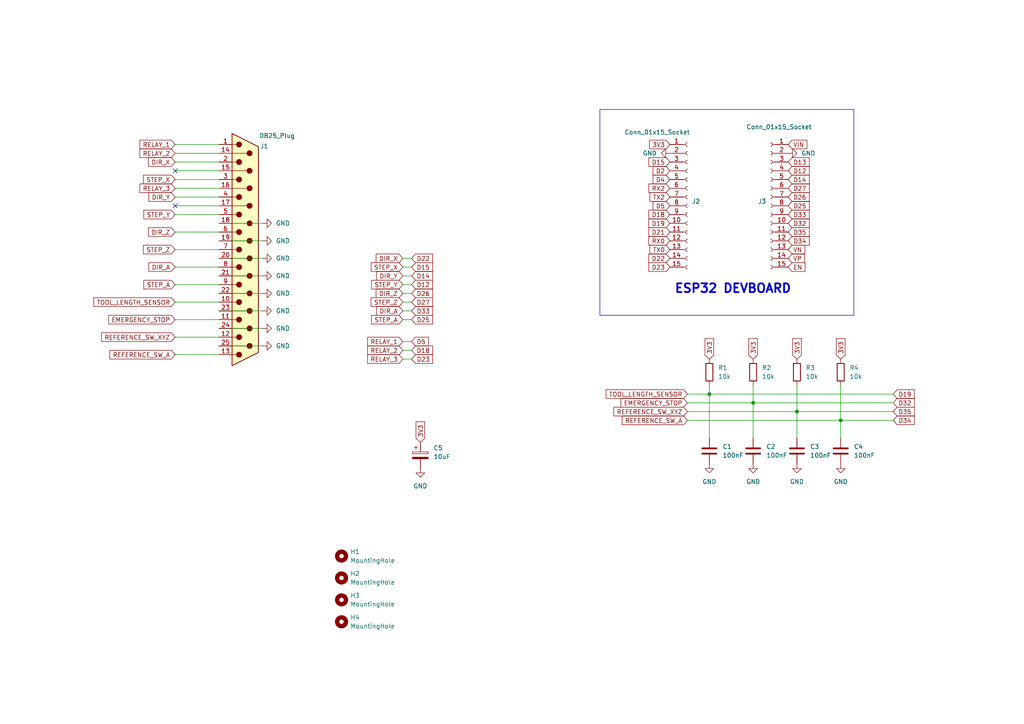
<source format=kicad_sch>
(kicad_sch
	(version 20250114)
	(generator "eeschema")
	(generator_version "9.0")
	(uuid "5340dd76-073e-462e-9bfc-f521fbb94fce")
	(paper "A4")
	(lib_symbols
		(symbol "Connector:Conn_01x15_Socket"
			(pin_names
				(offset 1.016)
				(hide yes)
			)
			(exclude_from_sim no)
			(in_bom yes)
			(on_board yes)
			(property "Reference" "J"
				(at 0 20.32 0)
				(effects
					(font
						(size 1.27 1.27)
					)
				)
			)
			(property "Value" "Conn_01x15_Socket"
				(at 0 -20.32 0)
				(effects
					(font
						(size 1.27 1.27)
					)
				)
			)
			(property "Footprint" ""
				(at 0 0 0)
				(effects
					(font
						(size 1.27 1.27)
					)
					(hide yes)
				)
			)
			(property "Datasheet" "~"
				(at 0 0 0)
				(effects
					(font
						(size 1.27 1.27)
					)
					(hide yes)
				)
			)
			(property "Description" "Generic connector, single row, 01x15, script generated"
				(at 0 0 0)
				(effects
					(font
						(size 1.27 1.27)
					)
					(hide yes)
				)
			)
			(property "ki_locked" ""
				(at 0 0 0)
				(effects
					(font
						(size 1.27 1.27)
					)
				)
			)
			(property "ki_keywords" "connector"
				(at 0 0 0)
				(effects
					(font
						(size 1.27 1.27)
					)
					(hide yes)
				)
			)
			(property "ki_fp_filters" "Connector*:*_1x??_*"
				(at 0 0 0)
				(effects
					(font
						(size 1.27 1.27)
					)
					(hide yes)
				)
			)
			(symbol "Conn_01x15_Socket_1_1"
				(polyline
					(pts
						(xy -1.27 17.78) (xy -0.508 17.78)
					)
					(stroke
						(width 0.1524)
						(type default)
					)
					(fill
						(type none)
					)
				)
				(polyline
					(pts
						(xy -1.27 15.24) (xy -0.508 15.24)
					)
					(stroke
						(width 0.1524)
						(type default)
					)
					(fill
						(type none)
					)
				)
				(polyline
					(pts
						(xy -1.27 12.7) (xy -0.508 12.7)
					)
					(stroke
						(width 0.1524)
						(type default)
					)
					(fill
						(type none)
					)
				)
				(polyline
					(pts
						(xy -1.27 10.16) (xy -0.508 10.16)
					)
					(stroke
						(width 0.1524)
						(type default)
					)
					(fill
						(type none)
					)
				)
				(polyline
					(pts
						(xy -1.27 7.62) (xy -0.508 7.62)
					)
					(stroke
						(width 0.1524)
						(type default)
					)
					(fill
						(type none)
					)
				)
				(polyline
					(pts
						(xy -1.27 5.08) (xy -0.508 5.08)
					)
					(stroke
						(width 0.1524)
						(type default)
					)
					(fill
						(type none)
					)
				)
				(polyline
					(pts
						(xy -1.27 2.54) (xy -0.508 2.54)
					)
					(stroke
						(width 0.1524)
						(type default)
					)
					(fill
						(type none)
					)
				)
				(polyline
					(pts
						(xy -1.27 0) (xy -0.508 0)
					)
					(stroke
						(width 0.1524)
						(type default)
					)
					(fill
						(type none)
					)
				)
				(polyline
					(pts
						(xy -1.27 -2.54) (xy -0.508 -2.54)
					)
					(stroke
						(width 0.1524)
						(type default)
					)
					(fill
						(type none)
					)
				)
				(polyline
					(pts
						(xy -1.27 -5.08) (xy -0.508 -5.08)
					)
					(stroke
						(width 0.1524)
						(type default)
					)
					(fill
						(type none)
					)
				)
				(polyline
					(pts
						(xy -1.27 -7.62) (xy -0.508 -7.62)
					)
					(stroke
						(width 0.1524)
						(type default)
					)
					(fill
						(type none)
					)
				)
				(polyline
					(pts
						(xy -1.27 -10.16) (xy -0.508 -10.16)
					)
					(stroke
						(width 0.1524)
						(type default)
					)
					(fill
						(type none)
					)
				)
				(polyline
					(pts
						(xy -1.27 -12.7) (xy -0.508 -12.7)
					)
					(stroke
						(width 0.1524)
						(type default)
					)
					(fill
						(type none)
					)
				)
				(polyline
					(pts
						(xy -1.27 -15.24) (xy -0.508 -15.24)
					)
					(stroke
						(width 0.1524)
						(type default)
					)
					(fill
						(type none)
					)
				)
				(polyline
					(pts
						(xy -1.27 -17.78) (xy -0.508 -17.78)
					)
					(stroke
						(width 0.1524)
						(type default)
					)
					(fill
						(type none)
					)
				)
				(arc
					(start 0 17.272)
					(mid -0.5058 17.78)
					(end 0 18.288)
					(stroke
						(width 0.1524)
						(type default)
					)
					(fill
						(type none)
					)
				)
				(arc
					(start 0 14.732)
					(mid -0.5058 15.24)
					(end 0 15.748)
					(stroke
						(width 0.1524)
						(type default)
					)
					(fill
						(type none)
					)
				)
				(arc
					(start 0 12.192)
					(mid -0.5058 12.7)
					(end 0 13.208)
					(stroke
						(width 0.1524)
						(type default)
					)
					(fill
						(type none)
					)
				)
				(arc
					(start 0 9.652)
					(mid -0.5058 10.16)
					(end 0 10.668)
					(stroke
						(width 0.1524)
						(type default)
					)
					(fill
						(type none)
					)
				)
				(arc
					(start 0 7.112)
					(mid -0.5058 7.62)
					(end 0 8.128)
					(stroke
						(width 0.1524)
						(type default)
					)
					(fill
						(type none)
					)
				)
				(arc
					(start 0 4.572)
					(mid -0.5058 5.08)
					(end 0 5.588)
					(stroke
						(width 0.1524)
						(type default)
					)
					(fill
						(type none)
					)
				)
				(arc
					(start 0 2.032)
					(mid -0.5058 2.54)
					(end 0 3.048)
					(stroke
						(width 0.1524)
						(type default)
					)
					(fill
						(type none)
					)
				)
				(arc
					(start 0 -0.508)
					(mid -0.5058 0)
					(end 0 0.508)
					(stroke
						(width 0.1524)
						(type default)
					)
					(fill
						(type none)
					)
				)
				(arc
					(start 0 -3.048)
					(mid -0.5058 -2.54)
					(end 0 -2.032)
					(stroke
						(width 0.1524)
						(type default)
					)
					(fill
						(type none)
					)
				)
				(arc
					(start 0 -5.588)
					(mid -0.5058 -5.08)
					(end 0 -4.572)
					(stroke
						(width 0.1524)
						(type default)
					)
					(fill
						(type none)
					)
				)
				(arc
					(start 0 -8.128)
					(mid -0.5058 -7.62)
					(end 0 -7.112)
					(stroke
						(width 0.1524)
						(type default)
					)
					(fill
						(type none)
					)
				)
				(arc
					(start 0 -10.668)
					(mid -0.5058 -10.16)
					(end 0 -9.652)
					(stroke
						(width 0.1524)
						(type default)
					)
					(fill
						(type none)
					)
				)
				(arc
					(start 0 -13.208)
					(mid -0.5058 -12.7)
					(end 0 -12.192)
					(stroke
						(width 0.1524)
						(type default)
					)
					(fill
						(type none)
					)
				)
				(arc
					(start 0 -15.748)
					(mid -0.5058 -15.24)
					(end 0 -14.732)
					(stroke
						(width 0.1524)
						(type default)
					)
					(fill
						(type none)
					)
				)
				(arc
					(start 0 -18.288)
					(mid -0.5058 -17.78)
					(end 0 -17.272)
					(stroke
						(width 0.1524)
						(type default)
					)
					(fill
						(type none)
					)
				)
				(pin passive line
					(at -5.08 17.78 0)
					(length 3.81)
					(name "Pin_1"
						(effects
							(font
								(size 1.27 1.27)
							)
						)
					)
					(number "1"
						(effects
							(font
								(size 1.27 1.27)
							)
						)
					)
				)
				(pin passive line
					(at -5.08 15.24 0)
					(length 3.81)
					(name "Pin_2"
						(effects
							(font
								(size 1.27 1.27)
							)
						)
					)
					(number "2"
						(effects
							(font
								(size 1.27 1.27)
							)
						)
					)
				)
				(pin passive line
					(at -5.08 12.7 0)
					(length 3.81)
					(name "Pin_3"
						(effects
							(font
								(size 1.27 1.27)
							)
						)
					)
					(number "3"
						(effects
							(font
								(size 1.27 1.27)
							)
						)
					)
				)
				(pin passive line
					(at -5.08 10.16 0)
					(length 3.81)
					(name "Pin_4"
						(effects
							(font
								(size 1.27 1.27)
							)
						)
					)
					(number "4"
						(effects
							(font
								(size 1.27 1.27)
							)
						)
					)
				)
				(pin passive line
					(at -5.08 7.62 0)
					(length 3.81)
					(name "Pin_5"
						(effects
							(font
								(size 1.27 1.27)
							)
						)
					)
					(number "5"
						(effects
							(font
								(size 1.27 1.27)
							)
						)
					)
				)
				(pin passive line
					(at -5.08 5.08 0)
					(length 3.81)
					(name "Pin_6"
						(effects
							(font
								(size 1.27 1.27)
							)
						)
					)
					(number "6"
						(effects
							(font
								(size 1.27 1.27)
							)
						)
					)
				)
				(pin passive line
					(at -5.08 2.54 0)
					(length 3.81)
					(name "Pin_7"
						(effects
							(font
								(size 1.27 1.27)
							)
						)
					)
					(number "7"
						(effects
							(font
								(size 1.27 1.27)
							)
						)
					)
				)
				(pin passive line
					(at -5.08 0 0)
					(length 3.81)
					(name "Pin_8"
						(effects
							(font
								(size 1.27 1.27)
							)
						)
					)
					(number "8"
						(effects
							(font
								(size 1.27 1.27)
							)
						)
					)
				)
				(pin passive line
					(at -5.08 -2.54 0)
					(length 3.81)
					(name "Pin_9"
						(effects
							(font
								(size 1.27 1.27)
							)
						)
					)
					(number "9"
						(effects
							(font
								(size 1.27 1.27)
							)
						)
					)
				)
				(pin passive line
					(at -5.08 -5.08 0)
					(length 3.81)
					(name "Pin_10"
						(effects
							(font
								(size 1.27 1.27)
							)
						)
					)
					(number "10"
						(effects
							(font
								(size 1.27 1.27)
							)
						)
					)
				)
				(pin passive line
					(at -5.08 -7.62 0)
					(length 3.81)
					(name "Pin_11"
						(effects
							(font
								(size 1.27 1.27)
							)
						)
					)
					(number "11"
						(effects
							(font
								(size 1.27 1.27)
							)
						)
					)
				)
				(pin passive line
					(at -5.08 -10.16 0)
					(length 3.81)
					(name "Pin_12"
						(effects
							(font
								(size 1.27 1.27)
							)
						)
					)
					(number "12"
						(effects
							(font
								(size 1.27 1.27)
							)
						)
					)
				)
				(pin passive line
					(at -5.08 -12.7 0)
					(length 3.81)
					(name "Pin_13"
						(effects
							(font
								(size 1.27 1.27)
							)
						)
					)
					(number "13"
						(effects
							(font
								(size 1.27 1.27)
							)
						)
					)
				)
				(pin passive line
					(at -5.08 -15.24 0)
					(length 3.81)
					(name "Pin_14"
						(effects
							(font
								(size 1.27 1.27)
							)
						)
					)
					(number "14"
						(effects
							(font
								(size 1.27 1.27)
							)
						)
					)
				)
				(pin passive line
					(at -5.08 -17.78 0)
					(length 3.81)
					(name "Pin_15"
						(effects
							(font
								(size 1.27 1.27)
							)
						)
					)
					(number "15"
						(effects
							(font
								(size 1.27 1.27)
							)
						)
					)
				)
			)
			(embedded_fonts no)
		)
		(symbol "Connector:DB25_Plug"
			(pin_names
				(offset 1.016)
				(hide yes)
			)
			(exclude_from_sim no)
			(in_bom yes)
			(on_board yes)
			(property "Reference" "J"
				(at 0 34.29 0)
				(effects
					(font
						(size 1.27 1.27)
					)
				)
			)
			(property "Value" "DB25_Plug"
				(at 0 -34.925 0)
				(effects
					(font
						(size 1.27 1.27)
					)
				)
			)
			(property "Footprint" ""
				(at 0 0 0)
				(effects
					(font
						(size 1.27 1.27)
					)
					(hide yes)
				)
			)
			(property "Datasheet" "~"
				(at 0 0 0)
				(effects
					(font
						(size 1.27 1.27)
					)
					(hide yes)
				)
			)
			(property "Description" "25-pin male plug pin D-SUB connector"
				(at 0 0 0)
				(effects
					(font
						(size 1.27 1.27)
					)
					(hide yes)
				)
			)
			(property "ki_keywords" "male plug D-SUB connector"
				(at 0 0 0)
				(effects
					(font
						(size 1.27 1.27)
					)
					(hide yes)
				)
			)
			(property "ki_fp_filters" "DSUB*Male*"
				(at 0 0 0)
				(effects
					(font
						(size 1.27 1.27)
					)
					(hide yes)
				)
			)
			(symbol "DB25_Plug_0_1"
				(polyline
					(pts
						(xy -3.81 30.48) (xy -2.54 30.48)
					)
					(stroke
						(width 0)
						(type default)
					)
					(fill
						(type none)
					)
				)
				(polyline
					(pts
						(xy -3.81 27.94) (xy 0.508 27.94)
					)
					(stroke
						(width 0)
						(type default)
					)
					(fill
						(type none)
					)
				)
				(polyline
					(pts
						(xy -3.81 25.4) (xy -2.54 25.4)
					)
					(stroke
						(width 0)
						(type default)
					)
					(fill
						(type none)
					)
				)
				(polyline
					(pts
						(xy -3.81 22.86) (xy 0.508 22.86)
					)
					(stroke
						(width 0)
						(type default)
					)
					(fill
						(type none)
					)
				)
				(polyline
					(pts
						(xy -3.81 20.32) (xy -2.54 20.32)
					)
					(stroke
						(width 0)
						(type default)
					)
					(fill
						(type none)
					)
				)
				(polyline
					(pts
						(xy -3.81 17.78) (xy 0.508 17.78)
					)
					(stroke
						(width 0)
						(type default)
					)
					(fill
						(type none)
					)
				)
				(polyline
					(pts
						(xy -3.81 15.24) (xy -2.54 15.24)
					)
					(stroke
						(width 0)
						(type default)
					)
					(fill
						(type none)
					)
				)
				(polyline
					(pts
						(xy -3.81 12.7) (xy 0.508 12.7)
					)
					(stroke
						(width 0)
						(type default)
					)
					(fill
						(type none)
					)
				)
				(polyline
					(pts
						(xy -3.81 10.16) (xy -2.54 10.16)
					)
					(stroke
						(width 0)
						(type default)
					)
					(fill
						(type none)
					)
				)
				(polyline
					(pts
						(xy -3.81 7.62) (xy 0.508 7.62)
					)
					(stroke
						(width 0)
						(type default)
					)
					(fill
						(type none)
					)
				)
				(polyline
					(pts
						(xy -3.81 5.08) (xy -2.54 5.08)
					)
					(stroke
						(width 0)
						(type default)
					)
					(fill
						(type none)
					)
				)
				(polyline
					(pts
						(xy -3.81 2.54) (xy 0.508 2.54)
					)
					(stroke
						(width 0)
						(type default)
					)
					(fill
						(type none)
					)
				)
				(polyline
					(pts
						(xy -3.81 0) (xy -2.54 0)
					)
					(stroke
						(width 0)
						(type default)
					)
					(fill
						(type none)
					)
				)
				(polyline
					(pts
						(xy -3.81 -2.54) (xy 0.508 -2.54)
					)
					(stroke
						(width 0)
						(type default)
					)
					(fill
						(type none)
					)
				)
				(polyline
					(pts
						(xy -3.81 -5.08) (xy -2.54 -5.08)
					)
					(stroke
						(width 0)
						(type default)
					)
					(fill
						(type none)
					)
				)
				(polyline
					(pts
						(xy -3.81 -7.62) (xy 0.508 -7.62)
					)
					(stroke
						(width 0)
						(type default)
					)
					(fill
						(type none)
					)
				)
				(polyline
					(pts
						(xy -3.81 -10.16) (xy -2.54 -10.16)
					)
					(stroke
						(width 0)
						(type default)
					)
					(fill
						(type none)
					)
				)
				(polyline
					(pts
						(xy -3.81 -12.7) (xy 0.508 -12.7)
					)
					(stroke
						(width 0)
						(type default)
					)
					(fill
						(type none)
					)
				)
				(polyline
					(pts
						(xy -3.81 -15.24) (xy -2.54 -15.24)
					)
					(stroke
						(width 0)
						(type default)
					)
					(fill
						(type none)
					)
				)
				(polyline
					(pts
						(xy -3.81 -17.78) (xy 0.508 -17.78)
					)
					(stroke
						(width 0)
						(type default)
					)
					(fill
						(type none)
					)
				)
				(polyline
					(pts
						(xy -3.81 -20.32) (xy -2.54 -20.32)
					)
					(stroke
						(width 0)
						(type default)
					)
					(fill
						(type none)
					)
				)
				(polyline
					(pts
						(xy -3.81 -22.86) (xy 0.508 -22.86)
					)
					(stroke
						(width 0)
						(type default)
					)
					(fill
						(type none)
					)
				)
				(polyline
					(pts
						(xy -3.81 -25.4) (xy -2.54 -25.4)
					)
					(stroke
						(width 0)
						(type default)
					)
					(fill
						(type none)
					)
				)
				(polyline
					(pts
						(xy -3.81 -27.94) (xy 0.508 -27.94)
					)
					(stroke
						(width 0)
						(type default)
					)
					(fill
						(type none)
					)
				)
				(polyline
					(pts
						(xy -3.81 -30.48) (xy -2.54 -30.48)
					)
					(stroke
						(width 0)
						(type default)
					)
					(fill
						(type none)
					)
				)
				(polyline
					(pts
						(xy -3.81 -33.655) (xy 3.81 -29.845) (xy 3.81 29.845) (xy -3.81 33.655) (xy -3.81 -33.655)
					)
					(stroke
						(width 0.254)
						(type default)
					)
					(fill
						(type background)
					)
				)
				(circle
					(center -1.778 30.48)
					(radius 0.762)
					(stroke
						(width 0)
						(type default)
					)
					(fill
						(type outline)
					)
				)
				(circle
					(center -1.778 25.4)
					(radius 0.762)
					(stroke
						(width 0)
						(type default)
					)
					(fill
						(type outline)
					)
				)
				(circle
					(center -1.778 20.32)
					(radius 0.762)
					(stroke
						(width 0)
						(type default)
					)
					(fill
						(type outline)
					)
				)
				(circle
					(center -1.778 15.24)
					(radius 0.762)
					(stroke
						(width 0)
						(type default)
					)
					(fill
						(type outline)
					)
				)
				(circle
					(center -1.778 10.16)
					(radius 0.762)
					(stroke
						(width 0)
						(type default)
					)
					(fill
						(type outline)
					)
				)
				(circle
					(center -1.778 5.08)
					(radius 0.762)
					(stroke
						(width 0)
						(type default)
					)
					(fill
						(type outline)
					)
				)
				(circle
					(center -1.778 0)
					(radius 0.762)
					(stroke
						(width 0)
						(type default)
					)
					(fill
						(type outline)
					)
				)
				(circle
					(center -1.778 -5.08)
					(radius 0.762)
					(stroke
						(width 0)
						(type default)
					)
					(fill
						(type outline)
					)
				)
				(circle
					(center -1.778 -10.16)
					(radius 0.762)
					(stroke
						(width 0)
						(type default)
					)
					(fill
						(type outline)
					)
				)
				(circle
					(center -1.778 -15.24)
					(radius 0.762)
					(stroke
						(width 0)
						(type default)
					)
					(fill
						(type outline)
					)
				)
				(circle
					(center -1.778 -20.32)
					(radius 0.762)
					(stroke
						(width 0)
						(type default)
					)
					(fill
						(type outline)
					)
				)
				(circle
					(center -1.778 -25.4)
					(radius 0.762)
					(stroke
						(width 0)
						(type default)
					)
					(fill
						(type outline)
					)
				)
				(circle
					(center -1.778 -30.48)
					(radius 0.762)
					(stroke
						(width 0)
						(type default)
					)
					(fill
						(type outline)
					)
				)
				(circle
					(center 1.27 27.94)
					(radius 0.762)
					(stroke
						(width 0)
						(type default)
					)
					(fill
						(type outline)
					)
				)
				(circle
					(center 1.27 22.86)
					(radius 0.762)
					(stroke
						(width 0)
						(type default)
					)
					(fill
						(type outline)
					)
				)
				(circle
					(center 1.27 17.78)
					(radius 0.762)
					(stroke
						(width 0)
						(type default)
					)
					(fill
						(type outline)
					)
				)
				(circle
					(center 1.27 12.7)
					(radius 0.762)
					(stroke
						(width 0)
						(type default)
					)
					(fill
						(type outline)
					)
				)
				(circle
					(center 1.27 7.62)
					(radius 0.762)
					(stroke
						(width 0)
						(type default)
					)
					(fill
						(type outline)
					)
				)
				(circle
					(center 1.27 2.54)
					(radius 0.762)
					(stroke
						(width 0)
						(type default)
					)
					(fill
						(type outline)
					)
				)
				(circle
					(center 1.27 -2.54)
					(radius 0.762)
					(stroke
						(width 0)
						(type default)
					)
					(fill
						(type outline)
					)
				)
				(circle
					(center 1.27 -7.62)
					(radius 0.762)
					(stroke
						(width 0)
						(type default)
					)
					(fill
						(type outline)
					)
				)
				(circle
					(center 1.27 -12.7)
					(radius 0.762)
					(stroke
						(width 0)
						(type default)
					)
					(fill
						(type outline)
					)
				)
				(circle
					(center 1.27 -17.78)
					(radius 0.762)
					(stroke
						(width 0)
						(type default)
					)
					(fill
						(type outline)
					)
				)
				(circle
					(center 1.27 -22.86)
					(radius 0.762)
					(stroke
						(width 0)
						(type default)
					)
					(fill
						(type outline)
					)
				)
				(circle
					(center 1.27 -27.94)
					(radius 0.762)
					(stroke
						(width 0)
						(type default)
					)
					(fill
						(type outline)
					)
				)
			)
			(symbol "DB25_Plug_1_1"
				(pin passive line
					(at -7.62 30.48 0)
					(length 3.81)
					(name "13"
						(effects
							(font
								(size 1.27 1.27)
							)
						)
					)
					(number "13"
						(effects
							(font
								(size 1.27 1.27)
							)
						)
					)
				)
				(pin passive line
					(at -7.62 27.94 0)
					(length 3.81)
					(name "P25"
						(effects
							(font
								(size 1.27 1.27)
							)
						)
					)
					(number "25"
						(effects
							(font
								(size 1.27 1.27)
							)
						)
					)
				)
				(pin passive line
					(at -7.62 25.4 0)
					(length 3.81)
					(name "12"
						(effects
							(font
								(size 1.27 1.27)
							)
						)
					)
					(number "12"
						(effects
							(font
								(size 1.27 1.27)
							)
						)
					)
				)
				(pin passive line
					(at -7.62 22.86 0)
					(length 3.81)
					(name "P24"
						(effects
							(font
								(size 1.27 1.27)
							)
						)
					)
					(number "24"
						(effects
							(font
								(size 1.27 1.27)
							)
						)
					)
				)
				(pin passive line
					(at -7.62 20.32 0)
					(length 3.81)
					(name "11"
						(effects
							(font
								(size 1.27 1.27)
							)
						)
					)
					(number "11"
						(effects
							(font
								(size 1.27 1.27)
							)
						)
					)
				)
				(pin passive line
					(at -7.62 17.78 0)
					(length 3.81)
					(name "P23"
						(effects
							(font
								(size 1.27 1.27)
							)
						)
					)
					(number "23"
						(effects
							(font
								(size 1.27 1.27)
							)
						)
					)
				)
				(pin passive line
					(at -7.62 15.24 0)
					(length 3.81)
					(name "10"
						(effects
							(font
								(size 1.27 1.27)
							)
						)
					)
					(number "10"
						(effects
							(font
								(size 1.27 1.27)
							)
						)
					)
				)
				(pin passive line
					(at -7.62 12.7 0)
					(length 3.81)
					(name "P22"
						(effects
							(font
								(size 1.27 1.27)
							)
						)
					)
					(number "22"
						(effects
							(font
								(size 1.27 1.27)
							)
						)
					)
				)
				(pin passive line
					(at -7.62 10.16 0)
					(length 3.81)
					(name "9"
						(effects
							(font
								(size 1.27 1.27)
							)
						)
					)
					(number "9"
						(effects
							(font
								(size 1.27 1.27)
							)
						)
					)
				)
				(pin passive line
					(at -7.62 7.62 0)
					(length 3.81)
					(name "P21"
						(effects
							(font
								(size 1.27 1.27)
							)
						)
					)
					(number "21"
						(effects
							(font
								(size 1.27 1.27)
							)
						)
					)
				)
				(pin passive line
					(at -7.62 5.08 0)
					(length 3.81)
					(name "8"
						(effects
							(font
								(size 1.27 1.27)
							)
						)
					)
					(number "8"
						(effects
							(font
								(size 1.27 1.27)
							)
						)
					)
				)
				(pin passive line
					(at -7.62 2.54 0)
					(length 3.81)
					(name "P20"
						(effects
							(font
								(size 1.27 1.27)
							)
						)
					)
					(number "20"
						(effects
							(font
								(size 1.27 1.27)
							)
						)
					)
				)
				(pin passive line
					(at -7.62 0 0)
					(length 3.81)
					(name "7"
						(effects
							(font
								(size 1.27 1.27)
							)
						)
					)
					(number "7"
						(effects
							(font
								(size 1.27 1.27)
							)
						)
					)
				)
				(pin passive line
					(at -7.62 -2.54 0)
					(length 3.81)
					(name "P19"
						(effects
							(font
								(size 1.27 1.27)
							)
						)
					)
					(number "19"
						(effects
							(font
								(size 1.27 1.27)
							)
						)
					)
				)
				(pin passive line
					(at -7.62 -5.08 0)
					(length 3.81)
					(name "6"
						(effects
							(font
								(size 1.27 1.27)
							)
						)
					)
					(number "6"
						(effects
							(font
								(size 1.27 1.27)
							)
						)
					)
				)
				(pin passive line
					(at -7.62 -7.62 0)
					(length 3.81)
					(name "P18"
						(effects
							(font
								(size 1.27 1.27)
							)
						)
					)
					(number "18"
						(effects
							(font
								(size 1.27 1.27)
							)
						)
					)
				)
				(pin passive line
					(at -7.62 -10.16 0)
					(length 3.81)
					(name "5"
						(effects
							(font
								(size 1.27 1.27)
							)
						)
					)
					(number "5"
						(effects
							(font
								(size 1.27 1.27)
							)
						)
					)
				)
				(pin passive line
					(at -7.62 -12.7 0)
					(length 3.81)
					(name "P17"
						(effects
							(font
								(size 1.27 1.27)
							)
						)
					)
					(number "17"
						(effects
							(font
								(size 1.27 1.27)
							)
						)
					)
				)
				(pin passive line
					(at -7.62 -15.24 0)
					(length 3.81)
					(name "4"
						(effects
							(font
								(size 1.27 1.27)
							)
						)
					)
					(number "4"
						(effects
							(font
								(size 1.27 1.27)
							)
						)
					)
				)
				(pin passive line
					(at -7.62 -17.78 0)
					(length 3.81)
					(name "P16"
						(effects
							(font
								(size 1.27 1.27)
							)
						)
					)
					(number "16"
						(effects
							(font
								(size 1.27 1.27)
							)
						)
					)
				)
				(pin passive line
					(at -7.62 -20.32 0)
					(length 3.81)
					(name "3"
						(effects
							(font
								(size 1.27 1.27)
							)
						)
					)
					(number "3"
						(effects
							(font
								(size 1.27 1.27)
							)
						)
					)
				)
				(pin passive line
					(at -7.62 -22.86 0)
					(length 3.81)
					(name "P15"
						(effects
							(font
								(size 1.27 1.27)
							)
						)
					)
					(number "15"
						(effects
							(font
								(size 1.27 1.27)
							)
						)
					)
				)
				(pin passive line
					(at -7.62 -25.4 0)
					(length 3.81)
					(name "2"
						(effects
							(font
								(size 1.27 1.27)
							)
						)
					)
					(number "2"
						(effects
							(font
								(size 1.27 1.27)
							)
						)
					)
				)
				(pin passive line
					(at -7.62 -27.94 0)
					(length 3.81)
					(name "P14"
						(effects
							(font
								(size 1.27 1.27)
							)
						)
					)
					(number "14"
						(effects
							(font
								(size 1.27 1.27)
							)
						)
					)
				)
				(pin passive line
					(at -7.62 -30.48 0)
					(length 3.81)
					(name "1"
						(effects
							(font
								(size 1.27 1.27)
							)
						)
					)
					(number "1"
						(effects
							(font
								(size 1.27 1.27)
							)
						)
					)
				)
			)
			(embedded_fonts no)
		)
		(symbol "Device:C"
			(pin_numbers
				(hide yes)
			)
			(pin_names
				(offset 0.254)
			)
			(exclude_from_sim no)
			(in_bom yes)
			(on_board yes)
			(property "Reference" "C"
				(at 0.635 2.54 0)
				(effects
					(font
						(size 1.27 1.27)
					)
					(justify left)
				)
			)
			(property "Value" "C"
				(at 0.635 -2.54 0)
				(effects
					(font
						(size 1.27 1.27)
					)
					(justify left)
				)
			)
			(property "Footprint" ""
				(at 0.9652 -3.81 0)
				(effects
					(font
						(size 1.27 1.27)
					)
					(hide yes)
				)
			)
			(property "Datasheet" "~"
				(at 0 0 0)
				(effects
					(font
						(size 1.27 1.27)
					)
					(hide yes)
				)
			)
			(property "Description" "Unpolarized capacitor"
				(at 0 0 0)
				(effects
					(font
						(size 1.27 1.27)
					)
					(hide yes)
				)
			)
			(property "ki_keywords" "cap capacitor"
				(at 0 0 0)
				(effects
					(font
						(size 1.27 1.27)
					)
					(hide yes)
				)
			)
			(property "ki_fp_filters" "C_*"
				(at 0 0 0)
				(effects
					(font
						(size 1.27 1.27)
					)
					(hide yes)
				)
			)
			(symbol "C_0_1"
				(polyline
					(pts
						(xy -2.032 0.762) (xy 2.032 0.762)
					)
					(stroke
						(width 0.508)
						(type default)
					)
					(fill
						(type none)
					)
				)
				(polyline
					(pts
						(xy -2.032 -0.762) (xy 2.032 -0.762)
					)
					(stroke
						(width 0.508)
						(type default)
					)
					(fill
						(type none)
					)
				)
			)
			(symbol "C_1_1"
				(pin passive line
					(at 0 3.81 270)
					(length 2.794)
					(name "~"
						(effects
							(font
								(size 1.27 1.27)
							)
						)
					)
					(number "1"
						(effects
							(font
								(size 1.27 1.27)
							)
						)
					)
				)
				(pin passive line
					(at 0 -3.81 90)
					(length 2.794)
					(name "~"
						(effects
							(font
								(size 1.27 1.27)
							)
						)
					)
					(number "2"
						(effects
							(font
								(size 1.27 1.27)
							)
						)
					)
				)
			)
			(embedded_fonts no)
		)
		(symbol "Device:C_Polarized"
			(pin_numbers
				(hide yes)
			)
			(pin_names
				(offset 0.254)
			)
			(exclude_from_sim no)
			(in_bom yes)
			(on_board yes)
			(property "Reference" "C"
				(at 0.635 2.54 0)
				(effects
					(font
						(size 1.27 1.27)
					)
					(justify left)
				)
			)
			(property "Value" "C_Polarized"
				(at 0.635 -2.54 0)
				(effects
					(font
						(size 1.27 1.27)
					)
					(justify left)
				)
			)
			(property "Footprint" ""
				(at 0.9652 -3.81 0)
				(effects
					(font
						(size 1.27 1.27)
					)
					(hide yes)
				)
			)
			(property "Datasheet" "~"
				(at 0 0 0)
				(effects
					(font
						(size 1.27 1.27)
					)
					(hide yes)
				)
			)
			(property "Description" "Polarized capacitor"
				(at 0 0 0)
				(effects
					(font
						(size 1.27 1.27)
					)
					(hide yes)
				)
			)
			(property "ki_keywords" "cap capacitor"
				(at 0 0 0)
				(effects
					(font
						(size 1.27 1.27)
					)
					(hide yes)
				)
			)
			(property "ki_fp_filters" "CP_*"
				(at 0 0 0)
				(effects
					(font
						(size 1.27 1.27)
					)
					(hide yes)
				)
			)
			(symbol "C_Polarized_0_1"
				(rectangle
					(start -2.286 0.508)
					(end 2.286 1.016)
					(stroke
						(width 0)
						(type default)
					)
					(fill
						(type none)
					)
				)
				(polyline
					(pts
						(xy -1.778 2.286) (xy -0.762 2.286)
					)
					(stroke
						(width 0)
						(type default)
					)
					(fill
						(type none)
					)
				)
				(polyline
					(pts
						(xy -1.27 2.794) (xy -1.27 1.778)
					)
					(stroke
						(width 0)
						(type default)
					)
					(fill
						(type none)
					)
				)
				(rectangle
					(start 2.286 -0.508)
					(end -2.286 -1.016)
					(stroke
						(width 0)
						(type default)
					)
					(fill
						(type outline)
					)
				)
			)
			(symbol "C_Polarized_1_1"
				(pin passive line
					(at 0 3.81 270)
					(length 2.794)
					(name "~"
						(effects
							(font
								(size 1.27 1.27)
							)
						)
					)
					(number "1"
						(effects
							(font
								(size 1.27 1.27)
							)
						)
					)
				)
				(pin passive line
					(at 0 -3.81 90)
					(length 2.794)
					(name "~"
						(effects
							(font
								(size 1.27 1.27)
							)
						)
					)
					(number "2"
						(effects
							(font
								(size 1.27 1.27)
							)
						)
					)
				)
			)
			(embedded_fonts no)
		)
		(symbol "Device:R"
			(pin_numbers
				(hide yes)
			)
			(pin_names
				(offset 0)
			)
			(exclude_from_sim no)
			(in_bom yes)
			(on_board yes)
			(property "Reference" "R"
				(at 2.032 0 90)
				(effects
					(font
						(size 1.27 1.27)
					)
				)
			)
			(property "Value" "R"
				(at 0 0 90)
				(effects
					(font
						(size 1.27 1.27)
					)
				)
			)
			(property "Footprint" ""
				(at -1.778 0 90)
				(effects
					(font
						(size 1.27 1.27)
					)
					(hide yes)
				)
			)
			(property "Datasheet" "~"
				(at 0 0 0)
				(effects
					(font
						(size 1.27 1.27)
					)
					(hide yes)
				)
			)
			(property "Description" "Resistor"
				(at 0 0 0)
				(effects
					(font
						(size 1.27 1.27)
					)
					(hide yes)
				)
			)
			(property "ki_keywords" "R res resistor"
				(at 0 0 0)
				(effects
					(font
						(size 1.27 1.27)
					)
					(hide yes)
				)
			)
			(property "ki_fp_filters" "R_*"
				(at 0 0 0)
				(effects
					(font
						(size 1.27 1.27)
					)
					(hide yes)
				)
			)
			(symbol "R_0_1"
				(rectangle
					(start -1.016 -2.54)
					(end 1.016 2.54)
					(stroke
						(width 0.254)
						(type default)
					)
					(fill
						(type none)
					)
				)
			)
			(symbol "R_1_1"
				(pin passive line
					(at 0 3.81 270)
					(length 1.27)
					(name "~"
						(effects
							(font
								(size 1.27 1.27)
							)
						)
					)
					(number "1"
						(effects
							(font
								(size 1.27 1.27)
							)
						)
					)
				)
				(pin passive line
					(at 0 -3.81 90)
					(length 1.27)
					(name "~"
						(effects
							(font
								(size 1.27 1.27)
							)
						)
					)
					(number "2"
						(effects
							(font
								(size 1.27 1.27)
							)
						)
					)
				)
			)
			(embedded_fonts no)
		)
		(symbol "Mechanical:MountingHole"
			(pin_names
				(offset 1.016)
			)
			(exclude_from_sim no)
			(in_bom no)
			(on_board yes)
			(property "Reference" "H"
				(at 0 5.08 0)
				(effects
					(font
						(size 1.27 1.27)
					)
				)
			)
			(property "Value" "MountingHole"
				(at 0 3.175 0)
				(effects
					(font
						(size 1.27 1.27)
					)
				)
			)
			(property "Footprint" ""
				(at 0 0 0)
				(effects
					(font
						(size 1.27 1.27)
					)
					(hide yes)
				)
			)
			(property "Datasheet" "~"
				(at 0 0 0)
				(effects
					(font
						(size 1.27 1.27)
					)
					(hide yes)
				)
			)
			(property "Description" "Mounting Hole without connection"
				(at 0 0 0)
				(effects
					(font
						(size 1.27 1.27)
					)
					(hide yes)
				)
			)
			(property "ki_keywords" "mounting hole"
				(at 0 0 0)
				(effects
					(font
						(size 1.27 1.27)
					)
					(hide yes)
				)
			)
			(property "ki_fp_filters" "MountingHole*"
				(at 0 0 0)
				(effects
					(font
						(size 1.27 1.27)
					)
					(hide yes)
				)
			)
			(symbol "MountingHole_0_1"
				(circle
					(center 0 0)
					(radius 1.27)
					(stroke
						(width 1.27)
						(type default)
					)
					(fill
						(type none)
					)
				)
			)
			(embedded_fonts no)
		)
		(symbol "power:GND"
			(power)
			(pin_numbers
				(hide yes)
			)
			(pin_names
				(offset 0)
				(hide yes)
			)
			(exclude_from_sim no)
			(in_bom yes)
			(on_board yes)
			(property "Reference" "#PWR"
				(at 0 -6.35 0)
				(effects
					(font
						(size 1.27 1.27)
					)
					(hide yes)
				)
			)
			(property "Value" "GND"
				(at 0 -3.81 0)
				(effects
					(font
						(size 1.27 1.27)
					)
				)
			)
			(property "Footprint" ""
				(at 0 0 0)
				(effects
					(font
						(size 1.27 1.27)
					)
					(hide yes)
				)
			)
			(property "Datasheet" ""
				(at 0 0 0)
				(effects
					(font
						(size 1.27 1.27)
					)
					(hide yes)
				)
			)
			(property "Description" "Power symbol creates a global label with name \"GND\" , ground"
				(at 0 0 0)
				(effects
					(font
						(size 1.27 1.27)
					)
					(hide yes)
				)
			)
			(property "ki_keywords" "global power"
				(at 0 0 0)
				(effects
					(font
						(size 1.27 1.27)
					)
					(hide yes)
				)
			)
			(symbol "GND_0_1"
				(polyline
					(pts
						(xy 0 0) (xy 0 -1.27) (xy 1.27 -1.27) (xy 0 -2.54) (xy -1.27 -1.27) (xy 0 -1.27)
					)
					(stroke
						(width 0)
						(type default)
					)
					(fill
						(type none)
					)
				)
			)
			(symbol "GND_1_1"
				(pin power_in line
					(at 0 0 270)
					(length 0)
					(name "~"
						(effects
							(font
								(size 1.27 1.27)
							)
						)
					)
					(number "1"
						(effects
							(font
								(size 1.27 1.27)
							)
						)
					)
				)
			)
			(embedded_fonts no)
		)
	)
	(rectangle
		(start 173.99 31.75)
		(end 247.65 91.44)
		(stroke
			(width 0)
			(type default)
		)
		(fill
			(type none)
		)
		(uuid a9e3592d-7e69-48e1-ae8d-c30acb485ab7)
	)
	(text "ESP32 DEVBOARD\n"
		(exclude_from_sim no)
		(at 212.598 83.82 0)
		(effects
			(font
				(size 2.54 2.54)
				(thickness 0.508)
				(bold yes)
			)
		)
		(uuid "8a97c09d-c302-48a1-a0cd-796f8caa7a73")
	)
	(junction
		(at 243.84 121.92)
		(diameter 0)
		(color 0 0 0 0)
		(uuid "3fbc71b5-f46e-4ee3-8bf4-e613befdaaa1")
	)
	(junction
		(at 205.74 114.3)
		(diameter 0)
		(color 0 0 0 0)
		(uuid "4c0ef41e-08ac-4642-aa85-b7635a4eb1b5")
	)
	(junction
		(at 218.44 116.84)
		(diameter 0)
		(color 0 0 0 0)
		(uuid "d09d15ab-1334-434b-a4ba-20184166e4ec")
	)
	(junction
		(at 231.14 119.38)
		(diameter 0)
		(color 0 0 0 0)
		(uuid "f0758534-5b93-4c22-b453-93c15e9c1c52")
	)
	(no_connect
		(at 50.8 49.53)
		(uuid "b44a0e5a-3f38-4a94-84ee-5ea85632c464")
	)
	(no_connect
		(at 50.8 59.69)
		(uuid "e158568e-5425-49c2-8b78-c034b58b6b4d")
	)
	(wire
		(pts
			(xy 218.44 127) (xy 218.44 116.84)
		)
		(stroke
			(width 0)
			(type default)
		)
		(uuid "09a0e600-a7c8-4365-adfa-15c880129ca7")
	)
	(wire
		(pts
			(xy 119.38 80.01) (xy 116.84 80.01)
		)
		(stroke
			(width 0)
			(type default)
		)
		(uuid "185d256e-d6f5-408b-a773-54be552d3c1d")
	)
	(wire
		(pts
			(xy 76.2 74.93) (xy 63.5 74.93)
		)
		(stroke
			(width 0)
			(type default)
		)
		(uuid "246f2a80-1232-4e87-ab34-8024b852a597")
	)
	(wire
		(pts
			(xy 243.84 127) (xy 243.84 121.92)
		)
		(stroke
			(width 0)
			(type default)
		)
		(uuid "31aa3727-f618-4cd2-88f4-5dedb04c5ac6")
	)
	(wire
		(pts
			(xy 205.74 114.3) (xy 205.74 111.76)
		)
		(stroke
			(width 0)
			(type default)
		)
		(uuid "36e48829-c310-4e7d-8c62-1593c334fc34")
	)
	(wire
		(pts
			(xy 119.38 99.06) (xy 116.84 99.06)
		)
		(stroke
			(width 0)
			(type default)
		)
		(uuid "3a4ecd56-0ead-48e9-b47a-f1e1b9aee931")
	)
	(wire
		(pts
			(xy 199.39 121.92) (xy 243.84 121.92)
		)
		(stroke
			(width 0)
			(type default)
		)
		(uuid "3c51e2ba-1f09-43a2-b0e8-27b9afb5802b")
	)
	(wire
		(pts
			(xy 231.14 127) (xy 231.14 119.38)
		)
		(stroke
			(width 0)
			(type default)
		)
		(uuid "3f6ed1c8-7581-48eb-bc5c-06ea66f4a6f9")
	)
	(wire
		(pts
			(xy 119.38 92.71) (xy 116.84 92.71)
		)
		(stroke
			(width 0)
			(type default)
		)
		(uuid "446ce819-4b5d-40e1-875a-8024acc86190")
	)
	(wire
		(pts
			(xy 50.8 67.31) (xy 63.5 67.31)
		)
		(stroke
			(width 0)
			(type default)
		)
		(uuid "4f4a1daf-8f82-4462-b2f1-a2ef52be1523")
	)
	(wire
		(pts
			(xy 119.38 77.47) (xy 116.84 77.47)
		)
		(stroke
			(width 0)
			(type default)
		)
		(uuid "55dad935-beb9-4f18-ae33-16444e11312f")
	)
	(wire
		(pts
			(xy 119.38 90.17) (xy 116.84 90.17)
		)
		(stroke
			(width 0)
			(type default)
		)
		(uuid "579a5742-2415-4aca-9fb5-890539324e7c")
	)
	(wire
		(pts
			(xy 76.2 85.09) (xy 63.5 85.09)
		)
		(stroke
			(width 0)
			(type default)
		)
		(uuid "5908229a-8969-4715-a2d1-54217036ea1a")
	)
	(wire
		(pts
			(xy 76.2 69.85) (xy 63.5 69.85)
		)
		(stroke
			(width 0)
			(type default)
		)
		(uuid "5b3ed90a-3202-4e25-a8f0-3ced2ae9193a")
	)
	(wire
		(pts
			(xy 218.44 116.84) (xy 218.44 111.76)
		)
		(stroke
			(width 0)
			(type default)
		)
		(uuid "5d29dd9b-86e4-4dfa-85e0-af08e94d4da8")
	)
	(wire
		(pts
			(xy 50.8 59.69) (xy 63.5 59.69)
		)
		(stroke
			(width 0)
			(type default)
		)
		(uuid "5e7c19f8-da9f-465c-9c02-f283514225d2")
	)
	(wire
		(pts
			(xy 76.2 64.77) (xy 63.5 64.77)
		)
		(stroke
			(width 0)
			(type default)
		)
		(uuid "6fb2b795-7477-4c92-9a68-863fdc61bc18")
	)
	(wire
		(pts
			(xy 199.39 116.84) (xy 218.44 116.84)
		)
		(stroke
			(width 0)
			(type default)
		)
		(uuid "6fc3ce68-ceed-4efa-9532-7dbb7d144ac0")
	)
	(wire
		(pts
			(xy 119.38 101.6) (xy 116.84 101.6)
		)
		(stroke
			(width 0)
			(type default)
		)
		(uuid "728f5fe3-e466-4756-aa15-b9c9fdf00f9c")
	)
	(wire
		(pts
			(xy 50.8 46.99) (xy 63.5 46.99)
		)
		(stroke
			(width 0)
			(type default)
		)
		(uuid "7ecb273c-ed04-488e-a4cd-48f8d52e9128")
	)
	(wire
		(pts
			(xy 243.84 121.92) (xy 259.08 121.92)
		)
		(stroke
			(width 0)
			(type default)
		)
		(uuid "83478f82-28c5-493b-baa7-db4ffeee8f5c")
	)
	(wire
		(pts
			(xy 119.38 85.09) (xy 116.84 85.09)
		)
		(stroke
			(width 0)
			(type default)
		)
		(uuid "85bd1911-c978-4cd8-a708-c0336e404b4e")
	)
	(wire
		(pts
			(xy 50.8 62.23) (xy 63.5 62.23)
		)
		(stroke
			(width 0)
			(type default)
		)
		(uuid "87719bca-591b-49ce-9e0c-f3cccf5bf3f0")
	)
	(wire
		(pts
			(xy 50.8 77.47) (xy 63.5 77.47)
		)
		(stroke
			(width 0)
			(type default)
		)
		(uuid "99f636ef-3d46-4597-95d4-1dfa26356d3c")
	)
	(wire
		(pts
			(xy 119.38 82.55) (xy 116.84 82.55)
		)
		(stroke
			(width 0)
			(type default)
		)
		(uuid "a73406c8-30f0-4f51-9bf5-55fc670e4539")
	)
	(wire
		(pts
			(xy 119.38 87.63) (xy 116.84 87.63)
		)
		(stroke
			(width 0)
			(type default)
		)
		(uuid "a7cd0650-7e42-4bbd-8cf8-42da8f8f2a3a")
	)
	(wire
		(pts
			(xy 50.8 82.55) (xy 63.5 82.55)
		)
		(stroke
			(width 0)
			(type default)
		)
		(uuid "b081351b-7e89-45ee-9c0b-03f267d18ce7")
	)
	(wire
		(pts
			(xy 50.8 52.07) (xy 63.5 52.07)
		)
		(stroke
			(width 0)
			(type default)
		)
		(uuid "b314d869-def1-406a-ba37-6189b7dcb1bd")
	)
	(wire
		(pts
			(xy 243.84 121.92) (xy 243.84 111.76)
		)
		(stroke
			(width 0)
			(type default)
		)
		(uuid "b6a5290b-2a07-4855-a1dc-399ffa052b4a")
	)
	(wire
		(pts
			(xy 205.74 127) (xy 205.74 114.3)
		)
		(stroke
			(width 0)
			(type default)
		)
		(uuid "bcdb3c44-eb4d-4075-8887-00bf03312b74")
	)
	(wire
		(pts
			(xy 50.8 49.53) (xy 63.5 49.53)
		)
		(stroke
			(width 0)
			(type default)
		)
		(uuid "beeea9a3-f365-4c1e-a2cb-3f547af278e5")
	)
	(wire
		(pts
			(xy 199.39 119.38) (xy 231.14 119.38)
		)
		(stroke
			(width 0)
			(type default)
		)
		(uuid "bfef8b50-d50e-4eb6-9edb-0a5825d9fc70")
	)
	(wire
		(pts
			(xy 199.39 114.3) (xy 205.74 114.3)
		)
		(stroke
			(width 0)
			(type default)
		)
		(uuid "c0dd7ae9-a35b-4dd1-a670-8f44931cfd5a")
	)
	(wire
		(pts
			(xy 50.8 41.91) (xy 63.5 41.91)
		)
		(stroke
			(width 0)
			(type default)
		)
		(uuid "c9b3c743-95a3-4b35-8bbe-1daecf576220")
	)
	(wire
		(pts
			(xy 231.14 119.38) (xy 231.14 111.76)
		)
		(stroke
			(width 0)
			(type default)
		)
		(uuid "d321d129-9100-402b-a9c2-576a1f743938")
	)
	(wire
		(pts
			(xy 76.2 90.17) (xy 63.5 90.17)
		)
		(stroke
			(width 0)
			(type default)
		)
		(uuid "d36a8e44-649f-4c20-884d-9b8c05ed9abc")
	)
	(wire
		(pts
			(xy 50.8 57.15) (xy 63.5 57.15)
		)
		(stroke
			(width 0)
			(type default)
		)
		(uuid "d81d15dd-46f8-4222-80d4-a01bd89fcfdd")
	)
	(wire
		(pts
			(xy 50.8 87.63) (xy 63.5 87.63)
		)
		(stroke
			(width 0)
			(type default)
		)
		(uuid "d8caee98-1325-47ff-a007-15c2ec2e60d0")
	)
	(wire
		(pts
			(xy 76.2 95.25) (xy 63.5 95.25)
		)
		(stroke
			(width 0)
			(type default)
		)
		(uuid "d8ea068b-76f5-4ab8-bf0e-410475055d23")
	)
	(wire
		(pts
			(xy 231.14 119.38) (xy 259.08 119.38)
		)
		(stroke
			(width 0)
			(type default)
		)
		(uuid "dbef4ba8-be7a-4767-8948-86e8336de466")
	)
	(wire
		(pts
			(xy 50.8 102.87) (xy 63.5 102.87)
		)
		(stroke
			(width 0)
			(type default)
		)
		(uuid "de733227-a4ed-45ba-98c2-39ae49718c44")
	)
	(wire
		(pts
			(xy 119.38 104.14) (xy 116.84 104.14)
		)
		(stroke
			(width 0)
			(type default)
		)
		(uuid "df26421e-a12b-408b-97dc-10aec97eafec")
	)
	(wire
		(pts
			(xy 76.2 80.01) (xy 63.5 80.01)
		)
		(stroke
			(width 0)
			(type default)
		)
		(uuid "dfb0f932-6c79-44c1-8bdf-19a0c7e8cc08")
	)
	(wire
		(pts
			(xy 50.8 92.71) (xy 63.5 92.71)
		)
		(stroke
			(width 0)
			(type default)
		)
		(uuid "dfd13296-b020-4b75-8d48-5666a2f1e641")
	)
	(wire
		(pts
			(xy 218.44 116.84) (xy 259.08 116.84)
		)
		(stroke
			(width 0)
			(type default)
		)
		(uuid "e13b1473-2f08-446a-a0f8-836f18d3358e")
	)
	(wire
		(pts
			(xy 50.8 44.45) (xy 63.5 44.45)
		)
		(stroke
			(width 0)
			(type default)
		)
		(uuid "e272be2c-e935-45ba-ab4d-342ee01905da")
	)
	(wire
		(pts
			(xy 50.8 72.39) (xy 63.5 72.39)
		)
		(stroke
			(width 0)
			(type default)
		)
		(uuid "e76fe736-ef3f-4059-9b7c-8afed816b81b")
	)
	(wire
		(pts
			(xy 50.8 97.79) (xy 63.5 97.79)
		)
		(stroke
			(width 0)
			(type default)
		)
		(uuid "ed348d4f-07ee-409f-a084-74e31a310d00")
	)
	(wire
		(pts
			(xy 76.2 100.33) (xy 63.5 100.33)
		)
		(stroke
			(width 0)
			(type default)
		)
		(uuid "f3579cb2-9f9f-430d-a8a8-426835316430")
	)
	(wire
		(pts
			(xy 119.38 74.93) (xy 116.84 74.93)
		)
		(stroke
			(width 0)
			(type default)
		)
		(uuid "f36f9b4c-c71d-44bf-ac7f-04dabfd85c79")
	)
	(wire
		(pts
			(xy 205.74 114.3) (xy 259.08 114.3)
		)
		(stroke
			(width 0)
			(type default)
		)
		(uuid "fce6ee4d-81bb-4152-a487-f28c69b5c966")
	)
	(wire
		(pts
			(xy 50.8 54.61) (xy 63.5 54.61)
		)
		(stroke
			(width 0)
			(type default)
		)
		(uuid "ff986259-d670-4c97-aefc-dea99cace9b8")
	)
	(global_label "STEP_X"
		(shape input)
		(at 50.8 52.07 180)
		(fields_autoplaced yes)
		(effects
			(font
				(size 1.27 1.27)
			)
			(justify right)
		)
		(uuid "018e9696-1331-457f-9c5c-f9461964221c")
		(property "Intersheetrefs" "${INTERSHEET_REFS}"
			(at 41.0416 52.07 0)
			(effects
				(font
					(size 1.27 1.27)
				)
				(justify right)
				(hide yes)
			)
		)
	)
	(global_label "D32"
		(shape input)
		(at 228.6 64.77 0)
		(fields_autoplaced yes)
		(effects
			(font
				(size 1.27 1.27)
			)
			(justify left)
		)
		(uuid "01bffaf8-1f20-4388-acc8-cdff5e32e851")
		(property "Intersheetrefs" "${INTERSHEET_REFS}"
			(at 235.2742 64.77 0)
			(effects
				(font
					(size 1.27 1.27)
				)
				(justify left)
				(hide yes)
			)
		)
	)
	(global_label "DIR_A"
		(shape input)
		(at 50.8 77.47 180)
		(fields_autoplaced yes)
		(effects
			(font
				(size 1.27 1.27)
			)
			(justify right)
		)
		(uuid "05e2ca41-236e-4292-bcce-73637f3eb6d0")
		(property "Intersheetrefs" "${INTERSHEET_REFS}"
			(at 42.6138 77.47 0)
			(effects
				(font
					(size 1.27 1.27)
				)
				(justify right)
				(hide yes)
			)
		)
	)
	(global_label "D26"
		(shape input)
		(at 119.38 85.09 0)
		(fields_autoplaced yes)
		(effects
			(font
				(size 1.27 1.27)
			)
			(justify left)
		)
		(uuid "070e9b2b-505e-4a84-a3cd-7c5c73fcec55")
		(property "Intersheetrefs" "${INTERSHEET_REFS}"
			(at 126.0542 85.09 0)
			(effects
				(font
					(size 1.27 1.27)
				)
				(justify left)
				(hide yes)
			)
		)
	)
	(global_label "D12"
		(shape input)
		(at 228.6 49.53 0)
		(fields_autoplaced yes)
		(effects
			(font
				(size 1.27 1.27)
			)
			(justify left)
		)
		(uuid "07c5f51e-faf1-4c3a-b3d4-dac7fe5db891")
		(property "Intersheetrefs" "${INTERSHEET_REFS}"
			(at 235.2742 49.53 0)
			(effects
				(font
					(size 1.27 1.27)
				)
				(justify left)
				(hide yes)
			)
		)
	)
	(global_label "D4"
		(shape input)
		(at 194.31 52.07 180)
		(fields_autoplaced yes)
		(effects
			(font
				(size 1.27 1.27)
			)
			(justify right)
		)
		(uuid "0d391ea2-7b9f-4a48-bc3e-2ad5a45bc23c")
		(property "Intersheetrefs" "${INTERSHEET_REFS}"
			(at 188.8453 52.07 0)
			(effects
				(font
					(size 1.27 1.27)
				)
				(justify right)
				(hide yes)
			)
		)
	)
	(global_label "3V3"
		(shape input)
		(at 194.31 41.91 180)
		(fields_autoplaced yes)
		(effects
			(font
				(size 1.27 1.27)
			)
			(justify right)
		)
		(uuid "0ffceeb3-a13e-4c5a-a612-0e662e22da24")
		(property "Intersheetrefs" "${INTERSHEET_REFS}"
			(at 187.8172 41.91 0)
			(effects
				(font
					(size 1.27 1.27)
				)
				(justify right)
				(hide yes)
			)
		)
	)
	(global_label "STEP_Z"
		(shape input)
		(at 116.84 87.63 180)
		(fields_autoplaced yes)
		(effects
			(font
				(size 1.27 1.27)
			)
			(justify right)
		)
		(uuid "18cecb1a-020f-4afe-be48-c13d1c340293")
		(property "Intersheetrefs" "${INTERSHEET_REFS}"
			(at 107.0816 87.63 0)
			(effects
				(font
					(size 1.27 1.27)
				)
				(justify right)
				(hide yes)
			)
		)
	)
	(global_label "3V3"
		(shape input)
		(at 218.44 104.14 90)
		(fields_autoplaced yes)
		(effects
			(font
				(size 1.27 1.27)
			)
			(justify left)
		)
		(uuid "1c732d0f-6f04-4309-8722-b8bfdaf77395")
		(property "Intersheetrefs" "${INTERSHEET_REFS}"
			(at 218.44 97.6472 90)
			(effects
				(font
					(size 1.27 1.27)
				)
				(justify left)
				(hide yes)
			)
		)
	)
	(global_label "RELAY_3"
		(shape input)
		(at 116.84 104.14 180)
		(fields_autoplaced yes)
		(effects
			(font
				(size 1.27 1.27)
			)
			(justify right)
		)
		(uuid "2224fc43-722c-4ac2-8c4b-87d50dd092de")
		(property "Intersheetrefs" "${INTERSHEET_REFS}"
			(at 106.0534 104.14 0)
			(effects
				(font
					(size 1.27 1.27)
				)
				(justify right)
				(hide yes)
			)
		)
	)
	(global_label "STEP_Z"
		(shape input)
		(at 50.8 72.39 180)
		(fields_autoplaced yes)
		(effects
			(font
				(size 1.27 1.27)
			)
			(justify right)
		)
		(uuid "23de0f00-4eb5-41d3-9fc9-ac574453872f")
		(property "Intersheetrefs" "${INTERSHEET_REFS}"
			(at 41.0416 72.39 0)
			(effects
				(font
					(size 1.27 1.27)
				)
				(justify right)
				(hide yes)
			)
		)
	)
	(global_label "DIR_Z"
		(shape input)
		(at 116.84 85.09 180)
		(fields_autoplaced yes)
		(effects
			(font
				(size 1.27 1.27)
			)
			(justify right)
		)
		(uuid "35c82d9e-d975-41c8-b55d-b23f5f16c680")
		(property "Intersheetrefs" "${INTERSHEET_REFS}"
			(at 108.5329 85.09 0)
			(effects
				(font
					(size 1.27 1.27)
				)
				(justify right)
				(hide yes)
			)
		)
	)
	(global_label "STEP_Y"
		(shape input)
		(at 50.8 62.23 180)
		(fields_autoplaced yes)
		(effects
			(font
				(size 1.27 1.27)
			)
			(justify right)
		)
		(uuid "38c19fe8-290a-4e1f-9d49-f245e71b9b77")
		(property "Intersheetrefs" "${INTERSHEET_REFS}"
			(at 41.1625 62.23 0)
			(effects
				(font
					(size 1.27 1.27)
				)
				(justify right)
				(hide yes)
			)
		)
	)
	(global_label "D22"
		(shape input)
		(at 194.31 74.93 180)
		(fields_autoplaced yes)
		(effects
			(font
				(size 1.27 1.27)
			)
			(justify right)
		)
		(uuid "3a3faf61-ab63-42a5-b275-1ad2c2167a49")
		(property "Intersheetrefs" "${INTERSHEET_REFS}"
			(at 187.6358 74.93 0)
			(effects
				(font
					(size 1.27 1.27)
				)
				(justify right)
				(hide yes)
			)
		)
	)
	(global_label "RELAY_2"
		(shape input)
		(at 50.8 44.45 180)
		(fields_autoplaced yes)
		(effects
			(font
				(size 1.27 1.27)
			)
			(justify right)
		)
		(uuid "3ccba986-abe6-4473-bc63-815d472922ac")
		(property "Intersheetrefs" "${INTERSHEET_REFS}"
			(at 40.0134 44.45 0)
			(effects
				(font
					(size 1.27 1.27)
				)
				(justify right)
				(hide yes)
			)
		)
	)
	(global_label "RELAY_1"
		(shape input)
		(at 116.84 99.06 180)
		(fields_autoplaced yes)
		(effects
			(font
				(size 1.27 1.27)
			)
			(justify right)
		)
		(uuid "41428a1e-31d0-4549-ba9f-2cc38c49fea4")
		(property "Intersheetrefs" "${INTERSHEET_REFS}"
			(at 106.0534 99.06 0)
			(effects
				(font
					(size 1.27 1.27)
				)
				(justify right)
				(hide yes)
			)
		)
	)
	(global_label "D21"
		(shape input)
		(at 194.31 67.31 180)
		(fields_autoplaced yes)
		(effects
			(font
				(size 1.27 1.27)
			)
			(justify right)
		)
		(uuid "42a43870-d500-4e6f-877c-3d109a4fba52")
		(property "Intersheetrefs" "${INTERSHEET_REFS}"
			(at 187.6358 67.31 0)
			(effects
				(font
					(size 1.27 1.27)
				)
				(justify right)
				(hide yes)
			)
		)
	)
	(global_label "DIR_X"
		(shape input)
		(at 50.8 46.99 180)
		(fields_autoplaced yes)
		(effects
			(font
				(size 1.27 1.27)
			)
			(justify right)
		)
		(uuid "4386a69d-a686-4ef3-b68d-085d4a94b766")
		(property "Intersheetrefs" "${INTERSHEET_REFS}"
			(at 42.4929 46.99 0)
			(effects
				(font
					(size 1.27 1.27)
				)
				(justify right)
				(hide yes)
			)
		)
	)
	(global_label "D15"
		(shape input)
		(at 119.38 77.47 0)
		(fields_autoplaced yes)
		(effects
			(font
				(size 1.27 1.27)
			)
			(justify left)
		)
		(uuid "43fc4556-d34e-4f9b-8321-4b2c69267479")
		(property "Intersheetrefs" "${INTERSHEET_REFS}"
			(at 126.0542 77.47 0)
			(effects
				(font
					(size 1.27 1.27)
				)
				(justify left)
				(hide yes)
			)
		)
	)
	(global_label "TX2"
		(shape input)
		(at 194.31 57.15 180)
		(fields_autoplaced yes)
		(effects
			(font
				(size 1.27 1.27)
			)
			(justify right)
		)
		(uuid "4915e686-c363-4951-8dca-2f748151d210")
		(property "Intersheetrefs" "${INTERSHEET_REFS}"
			(at 187.9382 57.15 0)
			(effects
				(font
					(size 1.27 1.27)
				)
				(justify right)
				(hide yes)
			)
		)
	)
	(global_label "D13"
		(shape input)
		(at 228.6 46.99 0)
		(fields_autoplaced yes)
		(effects
			(font
				(size 1.27 1.27)
			)
			(justify left)
		)
		(uuid "4ac26294-6df8-4911-b0a9-4a42d59df13c")
		(property "Intersheetrefs" "${INTERSHEET_REFS}"
			(at 235.2742 46.99 0)
			(effects
				(font
					(size 1.27 1.27)
				)
				(justify left)
				(hide yes)
			)
		)
	)
	(global_label "D19"
		(shape input)
		(at 259.08 114.3 0)
		(fields_autoplaced yes)
		(effects
			(font
				(size 1.27 1.27)
			)
			(justify left)
		)
		(uuid "4d8f91b3-1443-4edc-8df8-830f22da6ffd")
		(property "Intersheetrefs" "${INTERSHEET_REFS}"
			(at 265.7542 114.3 0)
			(effects
				(font
					(size 1.27 1.27)
				)
				(justify left)
				(hide yes)
			)
		)
	)
	(global_label "D19"
		(shape input)
		(at 194.31 64.77 180)
		(fields_autoplaced yes)
		(effects
			(font
				(size 1.27 1.27)
			)
			(justify right)
		)
		(uuid "50b6d0eb-1f2a-4231-b5a2-37a6dbec2e53")
		(property "Intersheetrefs" "${INTERSHEET_REFS}"
			(at 187.6358 64.77 0)
			(effects
				(font
					(size 1.27 1.27)
				)
				(justify right)
				(hide yes)
			)
		)
	)
	(global_label "EMERGENCY_STOP"
		(shape input)
		(at 199.39 116.84 180)
		(fields_autoplaced yes)
		(effects
			(font
				(size 1.27 1.27)
			)
			(justify right)
		)
		(uuid "5198a0d3-469a-4776-8e00-46ef65e7746c")
		(property "Intersheetrefs" "${INTERSHEET_REFS}"
			(at 179.5321 116.84 0)
			(effects
				(font
					(size 1.27 1.27)
				)
				(justify right)
				(hide yes)
			)
		)
	)
	(global_label "REFERENCE_SW_XYZ"
		(shape input)
		(at 199.39 119.38 180)
		(fields_autoplaced yes)
		(effects
			(font
				(size 1.27 1.27)
			)
			(justify right)
		)
		(uuid "52d24240-3605-4076-8c51-11cf144229a5")
		(property "Intersheetrefs" "${INTERSHEET_REFS}"
			(at 177.476 119.38 0)
			(effects
				(font
					(size 1.27 1.27)
				)
				(justify right)
				(hide yes)
			)
		)
	)
	(global_label "D35"
		(shape input)
		(at 259.08 119.38 0)
		(fields_autoplaced yes)
		(effects
			(font
				(size 1.27 1.27)
			)
			(justify left)
		)
		(uuid "5303d6e5-9c7e-48bb-951c-947700b54602")
		(property "Intersheetrefs" "${INTERSHEET_REFS}"
			(at 265.7542 119.38 0)
			(effects
				(font
					(size 1.27 1.27)
				)
				(justify left)
				(hide yes)
			)
		)
	)
	(global_label "D23"
		(shape input)
		(at 194.31 77.47 180)
		(fields_autoplaced yes)
		(effects
			(font
				(size 1.27 1.27)
			)
			(justify right)
		)
		(uuid "5a8b3592-4149-4337-921a-cfc236bed2c1")
		(property "Intersheetrefs" "${INTERSHEET_REFS}"
			(at 187.6358 77.47 0)
			(effects
				(font
					(size 1.27 1.27)
				)
				(justify right)
				(hide yes)
			)
		)
	)
	(global_label "D18"
		(shape input)
		(at 119.38 101.6 0)
		(fields_autoplaced yes)
		(effects
			(font
				(size 1.27 1.27)
			)
			(justify left)
		)
		(uuid "5f23233f-04e5-47d9-b076-1f5c78beb1f2")
		(property "Intersheetrefs" "${INTERSHEET_REFS}"
			(at 126.0542 101.6 0)
			(effects
				(font
					(size 1.27 1.27)
				)
				(justify left)
				(hide yes)
			)
		)
	)
	(global_label "RELAY_3"
		(shape input)
		(at 50.8 54.61 180)
		(fields_autoplaced yes)
		(effects
			(font
				(size 1.27 1.27)
			)
			(justify right)
		)
		(uuid "6596f24e-f19f-4837-a1ab-395bec51b012")
		(property "Intersheetrefs" "${INTERSHEET_REFS}"
			(at 40.0134 54.61 0)
			(effects
				(font
					(size 1.27 1.27)
				)
				(justify right)
				(hide yes)
			)
		)
	)
	(global_label "D15"
		(shape input)
		(at 194.31 46.99 180)
		(fields_autoplaced yes)
		(effects
			(font
				(size 1.27 1.27)
			)
			(justify right)
		)
		(uuid "66b2511a-9461-416d-8034-debd6188ef50")
		(property "Intersheetrefs" "${INTERSHEET_REFS}"
			(at 187.6358 46.99 0)
			(effects
				(font
					(size 1.27 1.27)
				)
				(justify right)
				(hide yes)
			)
		)
	)
	(global_label "D33"
		(shape input)
		(at 119.38 90.17 0)
		(fields_autoplaced yes)
		(effects
			(font
				(size 1.27 1.27)
			)
			(justify left)
		)
		(uuid "6734eb91-3003-4b9b-8084-53960413bc75")
		(property "Intersheetrefs" "${INTERSHEET_REFS}"
			(at 126.0542 90.17 0)
			(effects
				(font
					(size 1.27 1.27)
				)
				(justify left)
				(hide yes)
			)
		)
	)
	(global_label "D18"
		(shape input)
		(at 194.31 62.23 180)
		(fields_autoplaced yes)
		(effects
			(font
				(size 1.27 1.27)
			)
			(justify right)
		)
		(uuid "6e5e2edf-13d5-438f-bbc2-4b67c3b4745d")
		(property "Intersheetrefs" "${INTERSHEET_REFS}"
			(at 187.6358 62.23 0)
			(effects
				(font
					(size 1.27 1.27)
				)
				(justify right)
				(hide yes)
			)
		)
	)
	(global_label "D32"
		(shape input)
		(at 259.08 116.84 0)
		(fields_autoplaced yes)
		(effects
			(font
				(size 1.27 1.27)
			)
			(justify left)
		)
		(uuid "71012496-fc92-4cb6-b447-cdb999e91117")
		(property "Intersheetrefs" "${INTERSHEET_REFS}"
			(at 265.7542 116.84 0)
			(effects
				(font
					(size 1.27 1.27)
				)
				(justify left)
				(hide yes)
			)
		)
	)
	(global_label "D27"
		(shape input)
		(at 228.6 54.61 0)
		(fields_autoplaced yes)
		(effects
			(font
				(size 1.27 1.27)
			)
			(justify left)
		)
		(uuid "7128715a-efdc-4bca-8f76-763a61e0389f")
		(property "Intersheetrefs" "${INTERSHEET_REFS}"
			(at 235.2742 54.61 0)
			(effects
				(font
					(size 1.27 1.27)
				)
				(justify left)
				(hide yes)
			)
		)
	)
	(global_label "REFERENCE_SW_XYZ"
		(shape input)
		(at 50.8 97.79 180)
		(fields_autoplaced yes)
		(effects
			(font
				(size 1.27 1.27)
			)
			(justify right)
		)
		(uuid "7141217d-2856-4e30-8b6b-f1b3d0b7bb51")
		(property "Intersheetrefs" "${INTERSHEET_REFS}"
			(at 28.886 97.79 0)
			(effects
				(font
					(size 1.27 1.27)
				)
				(justify right)
				(hide yes)
			)
		)
	)
	(global_label "D14"
		(shape input)
		(at 228.6 52.07 0)
		(fields_autoplaced yes)
		(effects
			(font
				(size 1.27 1.27)
			)
			(justify left)
		)
		(uuid "75028a3b-6f5c-4984-bc04-d3984897b3a2")
		(property "Intersheetrefs" "${INTERSHEET_REFS}"
			(at 235.2742 52.07 0)
			(effects
				(font
					(size 1.27 1.27)
				)
				(justify left)
				(hide yes)
			)
		)
	)
	(global_label "D27"
		(shape input)
		(at 119.38 87.63 0)
		(fields_autoplaced yes)
		(effects
			(font
				(size 1.27 1.27)
			)
			(justify left)
		)
		(uuid "7a7742f8-3c6f-4be6-9bca-5afd38e29be9")
		(property "Intersheetrefs" "${INTERSHEET_REFS}"
			(at 126.0542 87.63 0)
			(effects
				(font
					(size 1.27 1.27)
				)
				(justify left)
				(hide yes)
			)
		)
	)
	(global_label "3V3"
		(shape input)
		(at 121.92 128.27 90)
		(fields_autoplaced yes)
		(effects
			(font
				(size 1.27 1.27)
			)
			(justify left)
		)
		(uuid "7b4df628-a6d9-4228-8d71-e229d083436f")
		(property "Intersheetrefs" "${INTERSHEET_REFS}"
			(at 121.92 121.7772 90)
			(effects
				(font
					(size 1.27 1.27)
				)
				(justify left)
				(hide yes)
			)
		)
	)
	(global_label "D22"
		(shape input)
		(at 119.38 74.93 0)
		(fields_autoplaced yes)
		(effects
			(font
				(size 1.27 1.27)
			)
			(justify left)
		)
		(uuid "7c13b462-d037-4329-90af-58e358790a7b")
		(property "Intersheetrefs" "${INTERSHEET_REFS}"
			(at 126.0542 74.93 0)
			(effects
				(font
					(size 1.27 1.27)
				)
				(justify left)
				(hide yes)
			)
		)
	)
	(global_label "STEP_Y"
		(shape input)
		(at 116.84 82.55 180)
		(fields_autoplaced yes)
		(effects
			(font
				(size 1.27 1.27)
			)
			(justify right)
		)
		(uuid "7de6efb8-13a8-4b33-877b-eb7d1779dffc")
		(property "Intersheetrefs" "${INTERSHEET_REFS}"
			(at 107.2025 82.55 0)
			(effects
				(font
					(size 1.27 1.27)
				)
				(justify right)
				(hide yes)
			)
		)
	)
	(global_label "DIR_Y"
		(shape input)
		(at 50.8 57.15 180)
		(fields_autoplaced yes)
		(effects
			(font
				(size 1.27 1.27)
			)
			(justify right)
		)
		(uuid "8165d894-5220-4a0d-9642-60fa4f27672e")
		(property "Intersheetrefs" "${INTERSHEET_REFS}"
			(at 42.6138 57.15 0)
			(effects
				(font
					(size 1.27 1.27)
				)
				(justify right)
				(hide yes)
			)
		)
	)
	(global_label "D5"
		(shape input)
		(at 119.38 99.06 0)
		(fields_autoplaced yes)
		(effects
			(font
				(size 1.27 1.27)
			)
			(justify left)
		)
		(uuid "8cb339a6-4f5c-4090-9053-b06247e62844")
		(property "Intersheetrefs" "${INTERSHEET_REFS}"
			(at 124.8447 99.06 0)
			(effects
				(font
					(size 1.27 1.27)
				)
				(justify left)
				(hide yes)
			)
		)
	)
	(global_label "EN"
		(shape input)
		(at 228.6 77.47 0)
		(fields_autoplaced yes)
		(effects
			(font
				(size 1.27 1.27)
			)
			(justify left)
		)
		(uuid "949cfb83-7c7b-4744-8e12-a16e52244db4")
		(property "Intersheetrefs" "${INTERSHEET_REFS}"
			(at 234.0647 77.47 0)
			(effects
				(font
					(size 1.27 1.27)
				)
				(justify left)
				(hide yes)
			)
		)
	)
	(global_label "D23"
		(shape input)
		(at 119.38 104.14 0)
		(fields_autoplaced yes)
		(effects
			(font
				(size 1.27 1.27)
			)
			(justify left)
		)
		(uuid "970edce2-0981-497b-9c04-a5f756cf1a0e")
		(property "Intersheetrefs" "${INTERSHEET_REFS}"
			(at 126.0542 104.14 0)
			(effects
				(font
					(size 1.27 1.27)
				)
				(justify left)
				(hide yes)
			)
		)
	)
	(global_label "STEP_A"
		(shape input)
		(at 50.8 82.55 180)
		(fields_autoplaced yes)
		(effects
			(font
				(size 1.27 1.27)
			)
			(justify right)
		)
		(uuid "9813887b-6fe3-48e2-8d53-b4842222fd73")
		(property "Intersheetrefs" "${INTERSHEET_REFS}"
			(at 41.1625 82.55 0)
			(effects
				(font
					(size 1.27 1.27)
				)
				(justify right)
				(hide yes)
			)
		)
	)
	(global_label "D12"
		(shape input)
		(at 119.38 82.55 0)
		(fields_autoplaced yes)
		(effects
			(font
				(size 1.27 1.27)
			)
			(justify left)
		)
		(uuid "98a4f067-0d39-49da-a9ec-4633c7be62d9")
		(property "Intersheetrefs" "${INTERSHEET_REFS}"
			(at 126.0542 82.55 0)
			(effects
				(font
					(size 1.27 1.27)
				)
				(justify left)
				(hide yes)
			)
		)
	)
	(global_label "RELAY_1"
		(shape input)
		(at 50.8 41.91 180)
		(fields_autoplaced yes)
		(effects
			(font
				(size 1.27 1.27)
			)
			(justify right)
		)
		(uuid "9b9bce59-979c-441d-8e30-6b2bb064d10e")
		(property "Intersheetrefs" "${INTERSHEET_REFS}"
			(at 40.0134 41.91 0)
			(effects
				(font
					(size 1.27 1.27)
				)
				(justify right)
				(hide yes)
			)
		)
	)
	(global_label "D35"
		(shape input)
		(at 228.6 67.31 0)
		(fields_autoplaced yes)
		(effects
			(font
				(size 1.27 1.27)
			)
			(justify left)
		)
		(uuid "9bf90164-af21-4670-8ab2-63b2309b80a3")
		(property "Intersheetrefs" "${INTERSHEET_REFS}"
			(at 235.2742 67.31 0)
			(effects
				(font
					(size 1.27 1.27)
				)
				(justify left)
				(hide yes)
			)
		)
	)
	(global_label "DIR_X"
		(shape input)
		(at 116.84 74.93 180)
		(fields_autoplaced yes)
		(effects
			(font
				(size 1.27 1.27)
			)
			(justify right)
		)
		(uuid "a024cf60-cd23-4490-a4d1-00bbf4d8bf2c")
		(property "Intersheetrefs" "${INTERSHEET_REFS}"
			(at 108.5329 74.93 0)
			(effects
				(font
					(size 1.27 1.27)
				)
				(justify right)
				(hide yes)
			)
		)
	)
	(global_label "VP"
		(shape input)
		(at 228.6 74.93 0)
		(fields_autoplaced yes)
		(effects
			(font
				(size 1.27 1.27)
			)
			(justify left)
		)
		(uuid "a0b04477-bd1c-4258-87f0-81837aadc31b")
		(property "Intersheetrefs" "${INTERSHEET_REFS}"
			(at 233.9438 74.93 0)
			(effects
				(font
					(size 1.27 1.27)
				)
				(justify left)
				(hide yes)
			)
		)
	)
	(global_label "D34"
		(shape input)
		(at 259.08 121.92 0)
		(fields_autoplaced yes)
		(effects
			(font
				(size 1.27 1.27)
			)
			(justify left)
		)
		(uuid "a7c2d7e2-77ad-45c7-be82-3fa70aadbabc")
		(property "Intersheetrefs" "${INTERSHEET_REFS}"
			(at 265.7542 121.92 0)
			(effects
				(font
					(size 1.27 1.27)
				)
				(justify left)
				(hide yes)
			)
		)
	)
	(global_label "VIN"
		(shape input)
		(at 228.6 41.91 0)
		(fields_autoplaced yes)
		(effects
			(font
				(size 1.27 1.27)
			)
			(justify left)
		)
		(uuid "a8dee02c-f361-43a4-bd85-118d0518b2d4")
		(property "Intersheetrefs" "${INTERSHEET_REFS}"
			(at 234.6091 41.91 0)
			(effects
				(font
					(size 1.27 1.27)
				)
				(justify left)
				(hide yes)
			)
		)
	)
	(global_label "REFERENCE_SW_A"
		(shape input)
		(at 199.39 121.92 180)
		(fields_autoplaced yes)
		(effects
			(font
				(size 1.27 1.27)
			)
			(justify right)
		)
		(uuid "a96b1f97-9ac2-40f8-b151-20987c551f29")
		(property "Intersheetrefs" "${INTERSHEET_REFS}"
			(at 179.895 121.92 0)
			(effects
				(font
					(size 1.27 1.27)
				)
				(justify right)
				(hide yes)
			)
		)
	)
	(global_label "D25"
		(shape input)
		(at 228.6 59.69 0)
		(fields_autoplaced yes)
		(effects
			(font
				(size 1.27 1.27)
			)
			(justify left)
		)
		(uuid "ab9d9eed-b526-4b5e-b75b-8308e0fb8f43")
		(property "Intersheetrefs" "${INTERSHEET_REFS}"
			(at 235.2742 59.69 0)
			(effects
				(font
					(size 1.27 1.27)
				)
				(justify left)
				(hide yes)
			)
		)
	)
	(global_label "STEP_X"
		(shape input)
		(at 116.84 77.47 180)
		(fields_autoplaced yes)
		(effects
			(font
				(size 1.27 1.27)
			)
			(justify right)
		)
		(uuid "bfae0ffc-89b0-4535-8414-e641ad19db68")
		(property "Intersheetrefs" "${INTERSHEET_REFS}"
			(at 107.0816 77.47 0)
			(effects
				(font
					(size 1.27 1.27)
				)
				(justify right)
				(hide yes)
			)
		)
	)
	(global_label "3V3"
		(shape input)
		(at 205.74 104.14 90)
		(fields_autoplaced yes)
		(effects
			(font
				(size 1.27 1.27)
			)
			(justify left)
		)
		(uuid "c14682c5-8977-46c8-80d6-3ae3e5149b31")
		(property "Intersheetrefs" "${INTERSHEET_REFS}"
			(at 205.74 97.6472 90)
			(effects
				(font
					(size 1.27 1.27)
				)
				(justify left)
				(hide yes)
			)
		)
	)
	(global_label "TOOL_LENGTH_SENSOR"
		(shape input)
		(at 199.39 114.3 180)
		(fields_autoplaced yes)
		(effects
			(font
				(size 1.27 1.27)
			)
			(justify right)
		)
		(uuid "c1d36608-2004-4a89-a882-e436768ea7ad")
		(property "Intersheetrefs" "${INTERSHEET_REFS}"
			(at 175.2382 114.3 0)
			(effects
				(font
					(size 1.27 1.27)
				)
				(justify right)
				(hide yes)
			)
		)
	)
	(global_label "VN"
		(shape input)
		(at 228.6 72.39 0)
		(fields_autoplaced yes)
		(effects
			(font
				(size 1.27 1.27)
			)
			(justify left)
		)
		(uuid "c6a339f0-c4f2-4f63-a307-e84cc801438a")
		(property "Intersheetrefs" "${INTERSHEET_REFS}"
			(at 234.0043 72.39 0)
			(effects
				(font
					(size 1.27 1.27)
				)
				(justify left)
				(hide yes)
			)
		)
	)
	(global_label "REFERENCE_SW_A"
		(shape input)
		(at 50.8 102.87 180)
		(fields_autoplaced yes)
		(effects
			(font
				(size 1.27 1.27)
			)
			(justify right)
		)
		(uuid "c7e67f0f-fa64-4c34-8622-3be537f0d72e")
		(property "Intersheetrefs" "${INTERSHEET_REFS}"
			(at 31.305 102.87 0)
			(effects
				(font
					(size 1.27 1.27)
				)
				(justify right)
				(hide yes)
			)
		)
	)
	(global_label "EMERGENCY_STOP"
		(shape input)
		(at 50.8 92.71 180)
		(fields_autoplaced yes)
		(effects
			(font
				(size 1.27 1.27)
			)
			(justify right)
		)
		(uuid "d123929c-d326-4870-8ce6-33c2da38f432")
		(property "Intersheetrefs" "${INTERSHEET_REFS}"
			(at 30.9421 92.71 0)
			(effects
				(font
					(size 1.27 1.27)
				)
				(justify right)
				(hide yes)
			)
		)
	)
	(global_label "3V3"
		(shape input)
		(at 231.14 104.14 90)
		(fields_autoplaced yes)
		(effects
			(font
				(size 1.27 1.27)
			)
			(justify left)
		)
		(uuid "d3f1c347-6be9-4087-bb73-a20915db8602")
		(property "Intersheetrefs" "${INTERSHEET_REFS}"
			(at 231.14 97.6472 90)
			(effects
				(font
					(size 1.27 1.27)
				)
				(justify left)
				(hide yes)
			)
		)
	)
	(global_label "TX0"
		(shape input)
		(at 194.31 72.39 180)
		(fields_autoplaced yes)
		(effects
			(font
				(size 1.27 1.27)
			)
			(justify right)
		)
		(uuid "d6b533cb-2aae-4929-b7aa-ae2e17a2d108")
		(property "Intersheetrefs" "${INTERSHEET_REFS}"
			(at 187.9382 72.39 0)
			(effects
				(font
					(size 1.27 1.27)
				)
				(justify right)
				(hide yes)
			)
		)
	)
	(global_label "DIR_A"
		(shape input)
		(at 116.84 90.17 180)
		(fields_autoplaced yes)
		(effects
			(font
				(size 1.27 1.27)
			)
			(justify right)
		)
		(uuid "d8c9e0a4-6754-4c4e-8a4e-7f1f1e760f7a")
		(property "Intersheetrefs" "${INTERSHEET_REFS}"
			(at 108.6538 90.17 0)
			(effects
				(font
					(size 1.27 1.27)
				)
				(justify right)
				(hide yes)
			)
		)
	)
	(global_label "3V3"
		(shape input)
		(at 243.84 104.14 90)
		(fields_autoplaced yes)
		(effects
			(font
				(size 1.27 1.27)
			)
			(justify left)
		)
		(uuid "d8f97556-0108-492e-9092-3d19d9d2f0cd")
		(property "Intersheetrefs" "${INTERSHEET_REFS}"
			(at 243.84 97.6472 90)
			(effects
				(font
					(size 1.27 1.27)
				)
				(justify left)
				(hide yes)
			)
		)
	)
	(global_label "D25"
		(shape input)
		(at 119.38 92.71 0)
		(fields_autoplaced yes)
		(effects
			(font
				(size 1.27 1.27)
			)
			(justify left)
		)
		(uuid "df3d0a2f-b14e-488d-8c24-e675faa65f38")
		(property "Intersheetrefs" "${INTERSHEET_REFS}"
			(at 126.0542 92.71 0)
			(effects
				(font
					(size 1.27 1.27)
				)
				(justify left)
				(hide yes)
			)
		)
	)
	(global_label "D2"
		(shape input)
		(at 194.31 49.53 180)
		(fields_autoplaced yes)
		(effects
			(font
				(size 1.27 1.27)
			)
			(justify right)
		)
		(uuid "e0d3a7c1-e97a-4b80-adb8-a8432257869c")
		(property "Intersheetrefs" "${INTERSHEET_REFS}"
			(at 188.8453 49.53 0)
			(effects
				(font
					(size 1.27 1.27)
				)
				(justify right)
				(hide yes)
			)
		)
	)
	(global_label "RX0"
		(shape input)
		(at 194.31 69.85 180)
		(fields_autoplaced yes)
		(effects
			(font
				(size 1.27 1.27)
			)
			(justify right)
		)
		(uuid "e0e456f7-0942-4555-b781-69572f97076c")
		(property "Intersheetrefs" "${INTERSHEET_REFS}"
			(at 187.6358 69.85 0)
			(effects
				(font
					(size 1.27 1.27)
				)
				(justify right)
				(hide yes)
			)
		)
	)
	(global_label "STEP_A"
		(shape input)
		(at 116.84 92.71 180)
		(fields_autoplaced yes)
		(effects
			(font
				(size 1.27 1.27)
			)
			(justify right)
		)
		(uuid "f0560add-5002-48d1-8df3-7c7f20c9c36e")
		(property "Intersheetrefs" "${INTERSHEET_REFS}"
			(at 107.2025 92.71 0)
			(effects
				(font
					(size 1.27 1.27)
				)
				(justify right)
				(hide yes)
			)
		)
	)
	(global_label "D5"
		(shape input)
		(at 194.31 59.69 180)
		(fields_autoplaced yes)
		(effects
			(font
				(size 1.27 1.27)
			)
			(justify right)
		)
		(uuid "f2277df8-5709-4fae-bfbe-a2fa020dc13c")
		(property "Intersheetrefs" "${INTERSHEET_REFS}"
			(at 188.8453 59.69 0)
			(effects
				(font
					(size 1.27 1.27)
				)
				(justify right)
				(hide yes)
			)
		)
	)
	(global_label "RX2"
		(shape input)
		(at 194.31 54.61 180)
		(fields_autoplaced yes)
		(effects
			(font
				(size 1.27 1.27)
			)
			(justify right)
		)
		(uuid "f3037c06-f351-491c-a0f9-daa05fa5acec")
		(property "Intersheetrefs" "${INTERSHEET_REFS}"
			(at 187.6358 54.61 0)
			(effects
				(font
					(size 1.27 1.27)
				)
				(justify right)
				(hide yes)
			)
		)
	)
	(global_label "D26"
		(shape input)
		(at 228.6 57.15 0)
		(fields_autoplaced yes)
		(effects
			(font
				(size 1.27 1.27)
			)
			(justify left)
		)
		(uuid "f34a873d-e976-486b-b2ab-fe07cd5c452b")
		(property "Intersheetrefs" "${INTERSHEET_REFS}"
			(at 235.2742 57.15 0)
			(effects
				(font
					(size 1.27 1.27)
				)
				(justify left)
				(hide yes)
			)
		)
	)
	(global_label "D34"
		(shape input)
		(at 228.6 69.85 0)
		(fields_autoplaced yes)
		(effects
			(font
				(size 1.27 1.27)
			)
			(justify left)
		)
		(uuid "f36b61db-1163-4e37-a7b0-254303058460")
		(property "Intersheetrefs" "${INTERSHEET_REFS}"
			(at 235.2742 69.85 0)
			(effects
				(font
					(size 1.27 1.27)
				)
				(justify left)
				(hide yes)
			)
		)
	)
	(global_label "DIR_Z"
		(shape input)
		(at 50.8 67.31 180)
		(fields_autoplaced yes)
		(effects
			(font
				(size 1.27 1.27)
			)
			(justify right)
		)
		(uuid "f38b0c73-4e0b-4d9e-a87e-63e6615b02b1")
		(property "Intersheetrefs" "${INTERSHEET_REFS}"
			(at 42.4929 67.31 0)
			(effects
				(font
					(size 1.27 1.27)
				)
				(justify right)
				(hide yes)
			)
		)
	)
	(global_label "TOOL_LENGTH_SENSOR"
		(shape input)
		(at 50.8 87.63 180)
		(fields_autoplaced yes)
		(effects
			(font
				(size 1.27 1.27)
			)
			(justify right)
		)
		(uuid "f9c36cec-ef21-47ea-9a63-ee55832d38ca")
		(property "Intersheetrefs" "${INTERSHEET_REFS}"
			(at 26.6482 87.63 0)
			(effects
				(font
					(size 1.27 1.27)
				)
				(justify right)
				(hide yes)
			)
		)
	)
	(global_label "D14"
		(shape input)
		(at 119.38 80.01 0)
		(fields_autoplaced yes)
		(effects
			(font
				(size 1.27 1.27)
			)
			(justify left)
		)
		(uuid "fa4f5ec8-df83-4959-bf87-c986e13d19ed")
		(property "Intersheetrefs" "${INTERSHEET_REFS}"
			(at 126.0542 80.01 0)
			(effects
				(font
					(size 1.27 1.27)
				)
				(justify left)
				(hide yes)
			)
		)
	)
	(global_label "RELAY_2"
		(shape input)
		(at 116.84 101.6 180)
		(fields_autoplaced yes)
		(effects
			(font
				(size 1.27 1.27)
			)
			(justify right)
		)
		(uuid "fb91e5f4-55f1-446b-beb8-15c46b293c02")
		(property "Intersheetrefs" "${INTERSHEET_REFS}"
			(at 106.0534 101.6 0)
			(effects
				(font
					(size 1.27 1.27)
				)
				(justify right)
				(hide yes)
			)
		)
	)
	(global_label "D33"
		(shape input)
		(at 228.6 62.23 0)
		(fields_autoplaced yes)
		(effects
			(font
				(size 1.27 1.27)
			)
			(justify left)
		)
		(uuid "fbbc4a54-483f-441c-b670-dc18f149d63c")
		(property "Intersheetrefs" "${INTERSHEET_REFS}"
			(at 235.2742 62.23 0)
			(effects
				(font
					(size 1.27 1.27)
				)
				(justify left)
				(hide yes)
			)
		)
	)
	(global_label "DIR_Y"
		(shape input)
		(at 116.84 80.01 180)
		(fields_autoplaced yes)
		(effects
			(font
				(size 1.27 1.27)
			)
			(justify right)
		)
		(uuid "fd9132d6-0e99-4ffb-8185-2b14d71fffb3")
		(property "Intersheetrefs" "${INTERSHEET_REFS}"
			(at 108.6538 80.01 0)
			(effects
				(font
					(size 1.27 1.27)
				)
				(justify right)
				(hide yes)
			)
		)
	)
	(symbol
		(lib_id "Mechanical:MountingHole")
		(at 99.06 173.99 0)
		(unit 1)
		(exclude_from_sim no)
		(in_bom no)
		(on_board yes)
		(dnp no)
		(fields_autoplaced yes)
		(uuid "0018fad7-9fde-4b19-8afa-6f0bb48d6a5d")
		(property "Reference" "H3"
			(at 101.6 172.7199 0)
			(effects
				(font
					(size 1.27 1.27)
				)
				(justify left)
			)
		)
		(property "Value" "MountingHole"
			(at 101.6 175.2599 0)
			(effects
				(font
					(size 1.27 1.27)
				)
				(justify left)
			)
		)
		(property "Footprint" "MountingHole:MountingHole_2.7mm_M2.5"
			(at 99.06 173.99 0)
			(effects
				(font
					(size 1.27 1.27)
				)
				(hide yes)
			)
		)
		(property "Datasheet" "~"
			(at 99.06 173.99 0)
			(effects
				(font
					(size 1.27 1.27)
				)
				(hide yes)
			)
		)
		(property "Description" "Mounting Hole without connection"
			(at 99.06 173.99 0)
			(effects
				(font
					(size 1.27 1.27)
				)
				(hide yes)
			)
		)
		(instances
			(project "cnc_adapter"
				(path "/5340dd76-073e-462e-9bfc-f521fbb94fce"
					(reference "H3")
					(unit 1)
				)
			)
		)
	)
	(symbol
		(lib_id "power:GND")
		(at 76.2 80.01 90)
		(mirror x)
		(unit 1)
		(exclude_from_sim no)
		(in_bom yes)
		(on_board yes)
		(dnp no)
		(fields_autoplaced yes)
		(uuid "033960db-708a-41b9-843c-0f2760bdffd9")
		(property "Reference" "#PWR04"
			(at 82.55 80.01 0)
			(effects
				(font
					(size 1.27 1.27)
				)
				(hide yes)
			)
		)
		(property "Value" "GND"
			(at 80.01 80.0099 90)
			(effects
				(font
					(size 1.27 1.27)
				)
				(justify right)
			)
		)
		(property "Footprint" ""
			(at 76.2 80.01 0)
			(effects
				(font
					(size 1.27 1.27)
				)
				(hide yes)
			)
		)
		(property "Datasheet" ""
			(at 76.2 80.01 0)
			(effects
				(font
					(size 1.27 1.27)
				)
				(hide yes)
			)
		)
		(property "Description" "Power symbol creates a global label with name \"GND\" , ground"
			(at 76.2 80.01 0)
			(effects
				(font
					(size 1.27 1.27)
				)
				(hide yes)
			)
		)
		(pin "1"
			(uuid "2b56533e-4cc4-4b15-a25d-96bcb6844d5c")
		)
		(instances
			(project "cnc_adapter"
				(path "/5340dd76-073e-462e-9bfc-f521fbb94fce"
					(reference "#PWR04")
					(unit 1)
				)
			)
		)
	)
	(symbol
		(lib_id "Device:C_Polarized")
		(at 121.92 132.08 0)
		(unit 1)
		(exclude_from_sim no)
		(in_bom yes)
		(on_board yes)
		(dnp no)
		(fields_autoplaced yes)
		(uuid "044ce2ae-945f-4536-a66a-3787bfa34ffb")
		(property "Reference" "C5"
			(at 125.73 129.9209 0)
			(effects
				(font
					(size 1.27 1.27)
				)
				(justify left)
			)
		)
		(property "Value" "10uF"
			(at 125.73 132.4609 0)
			(effects
				(font
					(size 1.27 1.27)
				)
				(justify left)
			)
		)
		(property "Footprint" "Capacitor_SMD:CP_Elec_5x5.8"
			(at 122.8852 135.89 0)
			(effects
				(font
					(size 1.27 1.27)
				)
				(hide yes)
			)
		)
		(property "Datasheet" "~"
			(at 121.92 132.08 0)
			(effects
				(font
					(size 1.27 1.27)
				)
				(hide yes)
			)
		)
		(property "Description" "Polarized capacitor"
			(at 121.92 132.08 0)
			(effects
				(font
					(size 1.27 1.27)
				)
				(hide yes)
			)
		)
		(pin "2"
			(uuid "0a42112a-8541-4467-9246-4101f26ebfc0")
		)
		(pin "1"
			(uuid "b916d799-9b2a-4de8-89f8-77f0361edde2")
		)
		(instances
			(project "cnc_adapter"
				(path "/5340dd76-073e-462e-9bfc-f521fbb94fce"
					(reference "C5")
					(unit 1)
				)
			)
		)
	)
	(symbol
		(lib_id "Mechanical:MountingHole")
		(at 99.06 180.34 0)
		(unit 1)
		(exclude_from_sim no)
		(in_bom no)
		(on_board yes)
		(dnp no)
		(fields_autoplaced yes)
		(uuid "0598e06f-acb3-438d-95ae-b37a939651b8")
		(property "Reference" "H4"
			(at 101.6 179.0699 0)
			(effects
				(font
					(size 1.27 1.27)
				)
				(justify left)
			)
		)
		(property "Value" "MountingHole"
			(at 101.6 181.6099 0)
			(effects
				(font
					(size 1.27 1.27)
				)
				(justify left)
			)
		)
		(property "Footprint" "MountingHole:MountingHole_2.7mm_M2.5"
			(at 99.06 180.34 0)
			(effects
				(font
					(size 1.27 1.27)
				)
				(hide yes)
			)
		)
		(property "Datasheet" "~"
			(at 99.06 180.34 0)
			(effects
				(font
					(size 1.27 1.27)
				)
				(hide yes)
			)
		)
		(property "Description" "Mounting Hole without connection"
			(at 99.06 180.34 0)
			(effects
				(font
					(size 1.27 1.27)
				)
				(hide yes)
			)
		)
		(instances
			(project "cnc_adapter"
				(path "/5340dd76-073e-462e-9bfc-f521fbb94fce"
					(reference "H4")
					(unit 1)
				)
			)
		)
	)
	(symbol
		(lib_id "Connector:Conn_01x15_Socket")
		(at 199.39 59.69 0)
		(unit 1)
		(exclude_from_sim no)
		(in_bom yes)
		(on_board yes)
		(dnp no)
		(uuid "07dbec4c-618f-4e0d-9dc4-8f470d39c455")
		(property "Reference" "J2"
			(at 200.66 58.4199 0)
			(effects
				(font
					(size 1.27 1.27)
				)
				(justify left)
			)
		)
		(property "Value" "Conn_01x15_Socket"
			(at 181.102 38.354 0)
			(effects
				(font
					(size 1.27 1.27)
				)
				(justify left)
			)
		)
		(property "Footprint" "Connector_PinSocket_2.54mm:PinSocket_1x15_P2.54mm_Vertical"
			(at 199.39 59.69 0)
			(effects
				(font
					(size 1.27 1.27)
				)
				(hide yes)
			)
		)
		(property "Datasheet" "~"
			(at 199.39 59.69 0)
			(effects
				(font
					(size 1.27 1.27)
				)
				(hide yes)
			)
		)
		(property "Description" "Generic connector, single row, 01x15, script generated"
			(at 199.39 59.69 0)
			(effects
				(font
					(size 1.27 1.27)
				)
				(hide yes)
			)
		)
		(pin "5"
			(uuid "93add00e-26b5-47f5-9b36-999e21ad7c63")
		)
		(pin "9"
			(uuid "0ecf27d5-1564-4df0-93f1-e877256a74a0")
		)
		(pin "2"
			(uuid "cdfd4c1c-833b-485c-8eef-1ca1b1e5e23d")
		)
		(pin "8"
			(uuid "8408bed3-7fcf-4d0e-ba85-785bdbaa4993")
		)
		(pin "15"
			(uuid "b1db7287-6379-4d5f-b94f-ef918a081fd9")
		)
		(pin "12"
			(uuid "9ad3b5b4-1fef-41f9-abd3-e1c800bd3ba4")
		)
		(pin "11"
			(uuid "3e04ca74-adcb-48cc-8b01-9a95b8501e04")
		)
		(pin "10"
			(uuid "ac5c30a3-48b0-4ab1-8338-48b68a5909df")
		)
		(pin "14"
			(uuid "a18f2b45-f180-4c31-9ae8-78b3a6c668bb")
		)
		(pin "13"
			(uuid "ccb67537-f8fd-4295-b06b-e668abdffd56")
		)
		(pin "1"
			(uuid "c3aa6f2a-89c8-4faf-bc2c-79b285cfec03")
		)
		(pin "6"
			(uuid "bcc1c17d-b717-48e7-a85e-f5806e556dcb")
		)
		(pin "7"
			(uuid "90069e23-7336-4c1e-ab4f-2a6c0b6c769c")
		)
		(pin "4"
			(uuid "fcec8333-f897-4136-86ab-dc9fbc8ae290")
		)
		(pin "3"
			(uuid "a9b177c4-eaf5-46f8-be03-b556ae8e3ac3")
		)
		(instances
			(project "cnc_adapter"
				(path "/5340dd76-073e-462e-9bfc-f521fbb94fce"
					(reference "J2")
					(unit 1)
				)
			)
		)
	)
	(symbol
		(lib_id "power:GND")
		(at 76.2 69.85 90)
		(mirror x)
		(unit 1)
		(exclude_from_sim no)
		(in_bom yes)
		(on_board yes)
		(dnp no)
		(fields_autoplaced yes)
		(uuid "0868d44a-4c8a-463d-b0b7-9feb005f2a30")
		(property "Reference" "#PWR02"
			(at 82.55 69.85 0)
			(effects
				(font
					(size 1.27 1.27)
				)
				(hide yes)
			)
		)
		(property "Value" "GND"
			(at 80.01 69.8499 90)
			(effects
				(font
					(size 1.27 1.27)
				)
				(justify right)
			)
		)
		(property "Footprint" ""
			(at 76.2 69.85 0)
			(effects
				(font
					(size 1.27 1.27)
				)
				(hide yes)
			)
		)
		(property "Datasheet" ""
			(at 76.2 69.85 0)
			(effects
				(font
					(size 1.27 1.27)
				)
				(hide yes)
			)
		)
		(property "Description" "Power symbol creates a global label with name \"GND\" , ground"
			(at 76.2 69.85 0)
			(effects
				(font
					(size 1.27 1.27)
				)
				(hide yes)
			)
		)
		(pin "1"
			(uuid "a8a007d1-54b8-4e36-aa9c-12b6fcb35836")
		)
		(instances
			(project "cnc_adapter"
				(path "/5340dd76-073e-462e-9bfc-f521fbb94fce"
					(reference "#PWR02")
					(unit 1)
				)
			)
		)
	)
	(symbol
		(lib_id "Device:C")
		(at 218.44 130.81 0)
		(unit 1)
		(exclude_from_sim no)
		(in_bom yes)
		(on_board yes)
		(dnp no)
		(fields_autoplaced yes)
		(uuid "1c2365cb-758b-44ec-b081-b78b71feb9d1")
		(property "Reference" "C2"
			(at 222.25 129.5399 0)
			(effects
				(font
					(size 1.27 1.27)
				)
				(justify left)
			)
		)
		(property "Value" "100nF"
			(at 222.25 132.0799 0)
			(effects
				(font
					(size 1.27 1.27)
				)
				(justify left)
			)
		)
		(property "Footprint" "Capacitor_SMD:C_0603_1608Metric"
			(at 219.4052 134.62 0)
			(effects
				(font
					(size 1.27 1.27)
				)
				(hide yes)
			)
		)
		(property "Datasheet" "~"
			(at 218.44 130.81 0)
			(effects
				(font
					(size 1.27 1.27)
				)
				(hide yes)
			)
		)
		(property "Description" "Unpolarized capacitor"
			(at 218.44 130.81 0)
			(effects
				(font
					(size 1.27 1.27)
				)
				(hide yes)
			)
		)
		(pin "1"
			(uuid "31b013f0-1793-41db-ba71-95ab599b44f1")
		)
		(pin "2"
			(uuid "dc005a4c-a831-45d8-8522-2f68ff6ccb48")
		)
		(instances
			(project "cnc_adapter"
				(path "/5340dd76-073e-462e-9bfc-f521fbb94fce"
					(reference "C2")
					(unit 1)
				)
			)
		)
	)
	(symbol
		(lib_id "Device:R")
		(at 231.14 107.95 0)
		(unit 1)
		(exclude_from_sim no)
		(in_bom yes)
		(on_board yes)
		(dnp no)
		(fields_autoplaced yes)
		(uuid "248b950b-d9fe-45a8-a9ef-550c147168b2")
		(property "Reference" "R3"
			(at 233.68 106.6799 0)
			(effects
				(font
					(size 1.27 1.27)
				)
				(justify left)
			)
		)
		(property "Value" "10k"
			(at 233.68 109.2199 0)
			(effects
				(font
					(size 1.27 1.27)
				)
				(justify left)
			)
		)
		(property "Footprint" "Resistor_SMD:R_0603_1608Metric"
			(at 229.362 107.95 90)
			(effects
				(font
					(size 1.27 1.27)
				)
				(hide yes)
			)
		)
		(property "Datasheet" "~"
			(at 231.14 107.95 0)
			(effects
				(font
					(size 1.27 1.27)
				)
				(hide yes)
			)
		)
		(property "Description" "Resistor"
			(at 231.14 107.95 0)
			(effects
				(font
					(size 1.27 1.27)
				)
				(hide yes)
			)
		)
		(pin "1"
			(uuid "7549aeb4-e69a-43fa-8e33-b67866f748cf")
		)
		(pin "2"
			(uuid "0eeeb08f-c55d-4a45-9c43-082c64925204")
		)
		(instances
			(project "cnc_adapter"
				(path "/5340dd76-073e-462e-9bfc-f521fbb94fce"
					(reference "R3")
					(unit 1)
				)
			)
		)
	)
	(symbol
		(lib_id "Mechanical:MountingHole")
		(at 99.06 161.29 0)
		(unit 1)
		(exclude_from_sim no)
		(in_bom no)
		(on_board yes)
		(dnp no)
		(fields_autoplaced yes)
		(uuid "3e8444df-4d0a-4b40-970e-d0186cb2c526")
		(property "Reference" "H1"
			(at 101.6 160.0199 0)
			(effects
				(font
					(size 1.27 1.27)
				)
				(justify left)
			)
		)
		(property "Value" "MountingHole"
			(at 101.6 162.5599 0)
			(effects
				(font
					(size 1.27 1.27)
				)
				(justify left)
			)
		)
		(property "Footprint" "MountingHole:MountingHole_2.7mm_M2.5"
			(at 99.06 161.29 0)
			(effects
				(font
					(size 1.27 1.27)
				)
				(hide yes)
			)
		)
		(property "Datasheet" "~"
			(at 99.06 161.29 0)
			(effects
				(font
					(size 1.27 1.27)
				)
				(hide yes)
			)
		)
		(property "Description" "Mounting Hole without connection"
			(at 99.06 161.29 0)
			(effects
				(font
					(size 1.27 1.27)
				)
				(hide yes)
			)
		)
		(instances
			(project ""
				(path "/5340dd76-073e-462e-9bfc-f521fbb94fce"
					(reference "H1")
					(unit 1)
				)
			)
		)
	)
	(symbol
		(lib_id "Device:R")
		(at 205.74 107.95 0)
		(unit 1)
		(exclude_from_sim no)
		(in_bom yes)
		(on_board yes)
		(dnp no)
		(fields_autoplaced yes)
		(uuid "427f6b71-fa4c-4814-bbc1-903bf6a8c12e")
		(property "Reference" "R1"
			(at 208.28 106.6799 0)
			(effects
				(font
					(size 1.27 1.27)
				)
				(justify left)
			)
		)
		(property "Value" "10k"
			(at 208.28 109.2199 0)
			(effects
				(font
					(size 1.27 1.27)
				)
				(justify left)
			)
		)
		(property "Footprint" "Resistor_SMD:R_0603_1608Metric"
			(at 203.962 107.95 90)
			(effects
				(font
					(size 1.27 1.27)
				)
				(hide yes)
			)
		)
		(property "Datasheet" "~"
			(at 205.74 107.95 0)
			(effects
				(font
					(size 1.27 1.27)
				)
				(hide yes)
			)
		)
		(property "Description" "Resistor"
			(at 205.74 107.95 0)
			(effects
				(font
					(size 1.27 1.27)
				)
				(hide yes)
			)
		)
		(pin "1"
			(uuid "3532b7c1-190a-4fed-873f-13cb39ba63a3")
		)
		(pin "2"
			(uuid "3933eb97-daa6-47bd-8d1f-819340319a00")
		)
		(instances
			(project "cnc_adapter"
				(path "/5340dd76-073e-462e-9bfc-f521fbb94fce"
					(reference "R1")
					(unit 1)
				)
			)
		)
	)
	(symbol
		(lib_id "Device:R")
		(at 218.44 107.95 0)
		(unit 1)
		(exclude_from_sim no)
		(in_bom yes)
		(on_board yes)
		(dnp no)
		(fields_autoplaced yes)
		(uuid "444401e2-5d7e-4b69-9121-832c3339858b")
		(property "Reference" "R2"
			(at 220.98 106.6799 0)
			(effects
				(font
					(size 1.27 1.27)
				)
				(justify left)
			)
		)
		(property "Value" "10k"
			(at 220.98 109.2199 0)
			(effects
				(font
					(size 1.27 1.27)
				)
				(justify left)
			)
		)
		(property "Footprint" "Resistor_SMD:R_0603_1608Metric"
			(at 216.662 107.95 90)
			(effects
				(font
					(size 1.27 1.27)
				)
				(hide yes)
			)
		)
		(property "Datasheet" "~"
			(at 218.44 107.95 0)
			(effects
				(font
					(size 1.27 1.27)
				)
				(hide yes)
			)
		)
		(property "Description" "Resistor"
			(at 218.44 107.95 0)
			(effects
				(font
					(size 1.27 1.27)
				)
				(hide yes)
			)
		)
		(pin "1"
			(uuid "3c12aee1-1a12-42fd-b9c2-1e51de0331a8")
		)
		(pin "2"
			(uuid "6bdc2a34-fc7a-45bb-a4dd-ed596842f658")
		)
		(instances
			(project "cnc_adapter"
				(path "/5340dd76-073e-462e-9bfc-f521fbb94fce"
					(reference "R2")
					(unit 1)
				)
			)
		)
	)
	(symbol
		(lib_id "Connector:DB25_Plug")
		(at 71.12 72.39 0)
		(mirror x)
		(unit 1)
		(exclude_from_sim no)
		(in_bom yes)
		(on_board yes)
		(dnp no)
		(uuid "4d4cd4e6-4009-4a2b-bf43-6901e9028219")
		(property "Reference" "J1"
			(at 75.438 42.418 0)
			(effects
				(font
					(size 1.27 1.27)
				)
				(justify left)
			)
		)
		(property "Value" "DB25_Plug"
			(at 75.184 39.37 0)
			(effects
				(font
					(size 1.27 1.27)
				)
				(justify left)
			)
		)
		(property "Footprint" "Connector_Dsub:DSUB-25_Female_EdgeMount_P2.77mm"
			(at 71.12 72.39 0)
			(effects
				(font
					(size 1.27 1.27)
				)
				(hide yes)
			)
		)
		(property "Datasheet" " ~"
			(at 71.12 72.39 0)
			(effects
				(font
					(size 1.27 1.27)
				)
				(hide yes)
			)
		)
		(property "Description" "25-pin male plug pin D-SUB connector"
			(at 71.12 72.39 0)
			(effects
				(font
					(size 1.27 1.27)
				)
				(hide yes)
			)
		)
		(pin "3"
			(uuid "6d50cabf-fa0a-4376-8515-62d49133837a")
		)
		(pin "9"
			(uuid "5ff21fd5-3d3d-4af1-9e0e-e0e0b02111f9")
		)
		(pin "22"
			(uuid "514d839b-f9f1-400a-b52d-142551eeea95")
		)
		(pin "16"
			(uuid "a0d90eb5-c5b0-4181-97b4-ca7af4a63ca8")
		)
		(pin "6"
			(uuid "fc6373cd-f1b7-49b9-a42d-b148519a2712")
		)
		(pin "24"
			(uuid "ae052720-9931-40c3-be2f-797d92e4a121")
		)
		(pin "17"
			(uuid "3d38e697-140a-4824-b8be-ce05975fe975")
		)
		(pin "25"
			(uuid "8eb69852-7536-4c5b-b87d-0952bddf10b3")
		)
		(pin "20"
			(uuid "ed924fc8-95c3-4c65-90f5-fd8aadc5d9ee")
		)
		(pin "4"
			(uuid "8a69fa40-54bf-43cb-b49d-b0532c61b4de")
		)
		(pin "23"
			(uuid "3e4261b3-3f04-4aea-aa98-571bf5a503ed")
		)
		(pin "7"
			(uuid "3a8d4e16-414c-4856-b4f0-4483cf8a08a3")
		)
		(pin "8"
			(uuid "70235dfb-2ceb-4674-9e0b-54f4e6ea0d46")
		)
		(pin "2"
			(uuid "ef66a91a-2311-467b-900c-05043e41e40e")
		)
		(pin "5"
			(uuid "60f2e1e1-e77b-4cc3-a0ab-b22ded046cb5")
		)
		(pin "12"
			(uuid "0ea94dee-bd6b-4df9-8191-1cf32236ff24")
		)
		(pin "11"
			(uuid "a3e51af4-1cff-422a-963e-dc6cb685fafb")
		)
		(pin "18"
			(uuid "9550c9e7-df89-4397-848d-2a911df1948a")
		)
		(pin "13"
			(uuid "9d7f479d-21d4-4d41-b330-3fc8568c0e87")
		)
		(pin "15"
			(uuid "3389abf9-800d-459c-8cdc-b11d93173b03")
		)
		(pin "21"
			(uuid "d64b665c-c416-485e-a9b5-edceda096562")
		)
		(pin "19"
			(uuid "f2ad5b9f-7f6f-41fc-98e6-53b2d6e3a1b2")
		)
		(pin "10"
			(uuid "e19d6d7c-2012-4777-b015-384270f83ff4")
		)
		(pin "14"
			(uuid "88d65a36-8e37-4bde-a895-7130899613c6")
		)
		(pin "1"
			(uuid "9771a3b9-c140-40bb-81dc-dd5163f2d7b1")
		)
		(instances
			(project "cnc_adapter"
				(path "/5340dd76-073e-462e-9bfc-f521fbb94fce"
					(reference "J1")
					(unit 1)
				)
			)
		)
	)
	(symbol
		(lib_id "power:GND")
		(at 76.2 90.17 90)
		(mirror x)
		(unit 1)
		(exclude_from_sim no)
		(in_bom yes)
		(on_board yes)
		(dnp no)
		(fields_autoplaced yes)
		(uuid "51e8f87c-0369-4aaf-944f-ce0e011b6558")
		(property "Reference" "#PWR06"
			(at 82.55 90.17 0)
			(effects
				(font
					(size 1.27 1.27)
				)
				(hide yes)
			)
		)
		(property "Value" "GND"
			(at 80.01 90.1699 90)
			(effects
				(font
					(size 1.27 1.27)
				)
				(justify right)
			)
		)
		(property "Footprint" ""
			(at 76.2 90.17 0)
			(effects
				(font
					(size 1.27 1.27)
				)
				(hide yes)
			)
		)
		(property "Datasheet" ""
			(at 76.2 90.17 0)
			(effects
				(font
					(size 1.27 1.27)
				)
				(hide yes)
			)
		)
		(property "Description" "Power symbol creates a global label with name \"GND\" , ground"
			(at 76.2 90.17 0)
			(effects
				(font
					(size 1.27 1.27)
				)
				(hide yes)
			)
		)
		(pin "1"
			(uuid "94d8b4c1-341a-4415-9ca9-13dae83033fa")
		)
		(instances
			(project "cnc_adapter"
				(path "/5340dd76-073e-462e-9bfc-f521fbb94fce"
					(reference "#PWR06")
					(unit 1)
				)
			)
		)
	)
	(symbol
		(lib_id "power:GND")
		(at 76.2 64.77 90)
		(mirror x)
		(unit 1)
		(exclude_from_sim no)
		(in_bom yes)
		(on_board yes)
		(dnp no)
		(fields_autoplaced yes)
		(uuid "535ce5ee-995b-4fb5-a419-cab2ccc8aac8")
		(property "Reference" "#PWR01"
			(at 82.55 64.77 0)
			(effects
				(font
					(size 1.27 1.27)
				)
				(hide yes)
			)
		)
		(property "Value" "GND"
			(at 80.01 64.7699 90)
			(effects
				(font
					(size 1.27 1.27)
				)
				(justify right)
			)
		)
		(property "Footprint" ""
			(at 76.2 64.77 0)
			(effects
				(font
					(size 1.27 1.27)
				)
				(hide yes)
			)
		)
		(property "Datasheet" ""
			(at 76.2 64.77 0)
			(effects
				(font
					(size 1.27 1.27)
				)
				(hide yes)
			)
		)
		(property "Description" "Power symbol creates a global label with name \"GND\" , ground"
			(at 76.2 64.77 0)
			(effects
				(font
					(size 1.27 1.27)
				)
				(hide yes)
			)
		)
		(pin "1"
			(uuid "25949389-1529-4cc8-83e5-5b29e4441d3e")
		)
		(instances
			(project "cnc_adapter"
				(path "/5340dd76-073e-462e-9bfc-f521fbb94fce"
					(reference "#PWR01")
					(unit 1)
				)
			)
		)
	)
	(symbol
		(lib_id "power:GND")
		(at 76.2 100.33 90)
		(mirror x)
		(unit 1)
		(exclude_from_sim no)
		(in_bom yes)
		(on_board yes)
		(dnp no)
		(fields_autoplaced yes)
		(uuid "5b4c58c2-1bae-4a86-9db9-ab565046ed7a")
		(property "Reference" "#PWR08"
			(at 82.55 100.33 0)
			(effects
				(font
					(size 1.27 1.27)
				)
				(hide yes)
			)
		)
		(property "Value" "GND"
			(at 80.01 100.3299 90)
			(effects
				(font
					(size 1.27 1.27)
				)
				(justify right)
			)
		)
		(property "Footprint" ""
			(at 76.2 100.33 0)
			(effects
				(font
					(size 1.27 1.27)
				)
				(hide yes)
			)
		)
		(property "Datasheet" ""
			(at 76.2 100.33 0)
			(effects
				(font
					(size 1.27 1.27)
				)
				(hide yes)
			)
		)
		(property "Description" "Power symbol creates a global label with name \"GND\" , ground"
			(at 76.2 100.33 0)
			(effects
				(font
					(size 1.27 1.27)
				)
				(hide yes)
			)
		)
		(pin "1"
			(uuid "b411541e-58e9-4fb8-bcb7-50bf88f1c6c3")
		)
		(instances
			(project "cnc_adapter"
				(path "/5340dd76-073e-462e-9bfc-f521fbb94fce"
					(reference "#PWR08")
					(unit 1)
				)
			)
		)
	)
	(symbol
		(lib_id "power:GND")
		(at 243.84 134.62 0)
		(mirror y)
		(unit 1)
		(exclude_from_sim no)
		(in_bom yes)
		(on_board yes)
		(dnp no)
		(fields_autoplaced yes)
		(uuid "6d053bbe-69a5-4e50-b29e-3a1611a7af94")
		(property "Reference" "#PWR014"
			(at 243.84 140.97 0)
			(effects
				(font
					(size 1.27 1.27)
				)
				(hide yes)
			)
		)
		(property "Value" "GND"
			(at 243.84 139.7 0)
			(effects
				(font
					(size 1.27 1.27)
				)
			)
		)
		(property "Footprint" ""
			(at 243.84 134.62 0)
			(effects
				(font
					(size 1.27 1.27)
				)
				(hide yes)
			)
		)
		(property "Datasheet" ""
			(at 243.84 134.62 0)
			(effects
				(font
					(size 1.27 1.27)
				)
				(hide yes)
			)
		)
		(property "Description" "Power symbol creates a global label with name \"GND\" , ground"
			(at 243.84 134.62 0)
			(effects
				(font
					(size 1.27 1.27)
				)
				(hide yes)
			)
		)
		(pin "1"
			(uuid "b1d8d30e-25ea-4d96-9438-c0ed03f98cf4")
		)
		(instances
			(project "cnc_adapter"
				(path "/5340dd76-073e-462e-9bfc-f521fbb94fce"
					(reference "#PWR014")
					(unit 1)
				)
			)
		)
	)
	(symbol
		(lib_id "Connector:Conn_01x15_Socket")
		(at 223.52 59.69 0)
		(mirror y)
		(unit 1)
		(exclude_from_sim no)
		(in_bom yes)
		(on_board yes)
		(dnp no)
		(uuid "78ae871f-1e45-4450-9521-808ac9c7c0e5")
		(property "Reference" "J3"
			(at 222.25 58.4199 0)
			(effects
				(font
					(size 1.27 1.27)
				)
				(justify left)
			)
		)
		(property "Value" "Conn_01x15_Socket"
			(at 235.458 36.83 0)
			(effects
				(font
					(size 1.27 1.27)
				)
				(justify left)
			)
		)
		(property "Footprint" "Connector_PinSocket_2.54mm:PinSocket_1x15_P2.54mm_Vertical"
			(at 223.52 59.69 0)
			(effects
				(font
					(size 1.27 1.27)
				)
				(hide yes)
			)
		)
		(property "Datasheet" "~"
			(at 223.52 59.69 0)
			(effects
				(font
					(size 1.27 1.27)
				)
				(hide yes)
			)
		)
		(property "Description" "Generic connector, single row, 01x15, script generated"
			(at 223.52 59.69 0)
			(effects
				(font
					(size 1.27 1.27)
				)
				(hide yes)
			)
		)
		(pin "5"
			(uuid "512740f6-1f47-4d41-956c-e16969872bf3")
		)
		(pin "9"
			(uuid "5c291e90-f4de-441b-b3ad-71d7c3951017")
		)
		(pin "2"
			(uuid "0d171964-eda7-40d3-bf17-3a1a369eb6f7")
		)
		(pin "8"
			(uuid "4412bd60-938f-48b9-b199-71ed131f1859")
		)
		(pin "15"
			(uuid "024308f1-3fd3-4bb1-87f5-4e3dff619d5c")
		)
		(pin "12"
			(uuid "5975fc8c-17df-4baa-abf8-f2860b20bd7c")
		)
		(pin "11"
			(uuid "524b8ee5-31db-4513-9b29-8632d5f8c398")
		)
		(pin "10"
			(uuid "9279ba94-fcaa-4fff-9a4c-b1f20f226b1b")
		)
		(pin "14"
			(uuid "cacb8266-85ab-4aae-87e7-1e4989ed48be")
		)
		(pin "13"
			(uuid "7fabf6a9-5b30-47ba-841e-012d8790c36e")
		)
		(pin "1"
			(uuid "8813521f-3c6a-4ddb-a4fc-60fd297f4213")
		)
		(pin "6"
			(uuid "c86d11d3-1793-42b7-a73a-92fa7fab8b4f")
		)
		(pin "7"
			(uuid "8e3f86c3-3909-4aa2-b43b-67746e63d5d4")
		)
		(pin "4"
			(uuid "91c9858e-6a86-4ea7-b97b-6ee1ea7cb88a")
		)
		(pin "3"
			(uuid "684f2f14-1ec7-45cc-b184-3b980cb89567")
		)
		(instances
			(project "cnc_adapter"
				(path "/5340dd76-073e-462e-9bfc-f521fbb94fce"
					(reference "J3")
					(unit 1)
				)
			)
		)
	)
	(symbol
		(lib_id "power:GND")
		(at 76.2 95.25 90)
		(mirror x)
		(unit 1)
		(exclude_from_sim no)
		(in_bom yes)
		(on_board yes)
		(dnp no)
		(fields_autoplaced yes)
		(uuid "805e77c7-af0b-4210-b251-c526a65aed3f")
		(property "Reference" "#PWR07"
			(at 82.55 95.25 0)
			(effects
				(font
					(size 1.27 1.27)
				)
				(hide yes)
			)
		)
		(property "Value" "GND"
			(at 80.01 95.2499 90)
			(effects
				(font
					(size 1.27 1.27)
				)
				(justify right)
			)
		)
		(property "Footprint" ""
			(at 76.2 95.25 0)
			(effects
				(font
					(size 1.27 1.27)
				)
				(hide yes)
			)
		)
		(property "Datasheet" ""
			(at 76.2 95.25 0)
			(effects
				(font
					(size 1.27 1.27)
				)
				(hide yes)
			)
		)
		(property "Description" "Power symbol creates a global label with name \"GND\" , ground"
			(at 76.2 95.25 0)
			(effects
				(font
					(size 1.27 1.27)
				)
				(hide yes)
			)
		)
		(pin "1"
			(uuid "0dbeb160-ee77-4f84-9d48-adb67dfa5527")
		)
		(instances
			(project "cnc_adapter"
				(path "/5340dd76-073e-462e-9bfc-f521fbb94fce"
					(reference "#PWR07")
					(unit 1)
				)
			)
		)
	)
	(symbol
		(lib_id "power:GND")
		(at 231.14 134.62 0)
		(mirror y)
		(unit 1)
		(exclude_from_sim no)
		(in_bom yes)
		(on_board yes)
		(dnp no)
		(fields_autoplaced yes)
		(uuid "93b944ad-b44c-4a02-8665-f80f529c937b")
		(property "Reference" "#PWR013"
			(at 231.14 140.97 0)
			(effects
				(font
					(size 1.27 1.27)
				)
				(hide yes)
			)
		)
		(property "Value" "GND"
			(at 231.14 139.7 0)
			(effects
				(font
					(size 1.27 1.27)
				)
			)
		)
		(property "Footprint" ""
			(at 231.14 134.62 0)
			(effects
				(font
					(size 1.27 1.27)
				)
				(hide yes)
			)
		)
		(property "Datasheet" ""
			(at 231.14 134.62 0)
			(effects
				(font
					(size 1.27 1.27)
				)
				(hide yes)
			)
		)
		(property "Description" "Power symbol creates a global label with name \"GND\" , ground"
			(at 231.14 134.62 0)
			(effects
				(font
					(size 1.27 1.27)
				)
				(hide yes)
			)
		)
		(pin "1"
			(uuid "d63dcdef-92cf-4215-9c1c-2bfe8943a773")
		)
		(instances
			(project "cnc_adapter"
				(path "/5340dd76-073e-462e-9bfc-f521fbb94fce"
					(reference "#PWR013")
					(unit 1)
				)
			)
		)
	)
	(symbol
		(lib_id "power:GND")
		(at 205.74 134.62 0)
		(mirror y)
		(unit 1)
		(exclude_from_sim no)
		(in_bom yes)
		(on_board yes)
		(dnp no)
		(fields_autoplaced yes)
		(uuid "94742bd1-46fd-41e2-a889-49e28e7860c7")
		(property "Reference" "#PWR011"
			(at 205.74 140.97 0)
			(effects
				(font
					(size 1.27 1.27)
				)
				(hide yes)
			)
		)
		(property "Value" "GND"
			(at 205.74 139.7 0)
			(effects
				(font
					(size 1.27 1.27)
				)
			)
		)
		(property "Footprint" ""
			(at 205.74 134.62 0)
			(effects
				(font
					(size 1.27 1.27)
				)
				(hide yes)
			)
		)
		(property "Datasheet" ""
			(at 205.74 134.62 0)
			(effects
				(font
					(size 1.27 1.27)
				)
				(hide yes)
			)
		)
		(property "Description" "Power symbol creates a global label with name \"GND\" , ground"
			(at 205.74 134.62 0)
			(effects
				(font
					(size 1.27 1.27)
				)
				(hide yes)
			)
		)
		(pin "1"
			(uuid "7bb189cd-e2cd-4500-8c68-dcd6222a1e30")
		)
		(instances
			(project "cnc_adapter"
				(path "/5340dd76-073e-462e-9bfc-f521fbb94fce"
					(reference "#PWR011")
					(unit 1)
				)
			)
		)
	)
	(symbol
		(lib_id "Mechanical:MountingHole")
		(at 99.06 167.64 0)
		(unit 1)
		(exclude_from_sim no)
		(in_bom no)
		(on_board yes)
		(dnp no)
		(fields_autoplaced yes)
		(uuid "a261a00e-dfb6-4604-b495-c84d35423d2c")
		(property "Reference" "H2"
			(at 101.6 166.3699 0)
			(effects
				(font
					(size 1.27 1.27)
				)
				(justify left)
			)
		)
		(property "Value" "MountingHole"
			(at 101.6 168.9099 0)
			(effects
				(font
					(size 1.27 1.27)
				)
				(justify left)
			)
		)
		(property "Footprint" "MountingHole:MountingHole_2.7mm_M2.5"
			(at 99.06 167.64 0)
			(effects
				(font
					(size 1.27 1.27)
				)
				(hide yes)
			)
		)
		(property "Datasheet" "~"
			(at 99.06 167.64 0)
			(effects
				(font
					(size 1.27 1.27)
				)
				(hide yes)
			)
		)
		(property "Description" "Mounting Hole without connection"
			(at 99.06 167.64 0)
			(effects
				(font
					(size 1.27 1.27)
				)
				(hide yes)
			)
		)
		(instances
			(project "cnc_adapter"
				(path "/5340dd76-073e-462e-9bfc-f521fbb94fce"
					(reference "H2")
					(unit 1)
				)
			)
		)
	)
	(symbol
		(lib_id "Device:C")
		(at 243.84 130.81 0)
		(unit 1)
		(exclude_from_sim no)
		(in_bom yes)
		(on_board yes)
		(dnp no)
		(fields_autoplaced yes)
		(uuid "a6344b8b-30b2-430e-8645-3b79f85f1b0c")
		(property "Reference" "C4"
			(at 247.65 129.5399 0)
			(effects
				(font
					(size 1.27 1.27)
				)
				(justify left)
			)
		)
		(property "Value" "100nF"
			(at 247.65 132.0799 0)
			(effects
				(font
					(size 1.27 1.27)
				)
				(justify left)
			)
		)
		(property "Footprint" "Capacitor_SMD:C_0603_1608Metric"
			(at 244.8052 134.62 0)
			(effects
				(font
					(size 1.27 1.27)
				)
				(hide yes)
			)
		)
		(property "Datasheet" "~"
			(at 243.84 130.81 0)
			(effects
				(font
					(size 1.27 1.27)
				)
				(hide yes)
			)
		)
		(property "Description" "Unpolarized capacitor"
			(at 243.84 130.81 0)
			(effects
				(font
					(size 1.27 1.27)
				)
				(hide yes)
			)
		)
		(pin "1"
			(uuid "2543936e-a8f1-451d-aa02-ad9e97e6d739")
		)
		(pin "2"
			(uuid "5a24966e-804e-4b67-b7da-eb8d694683ed")
		)
		(instances
			(project "cnc_adapter"
				(path "/5340dd76-073e-462e-9bfc-f521fbb94fce"
					(reference "C4")
					(unit 1)
				)
			)
		)
	)
	(symbol
		(lib_id "Device:R")
		(at 243.84 107.95 0)
		(unit 1)
		(exclude_from_sim no)
		(in_bom yes)
		(on_board yes)
		(dnp no)
		(fields_autoplaced yes)
		(uuid "af068e10-c5ca-4d9c-b7c1-957636fc6c71")
		(property "Reference" "R4"
			(at 246.38 106.6799 0)
			(effects
				(font
					(size 1.27 1.27)
				)
				(justify left)
			)
		)
		(property "Value" "10k"
			(at 246.38 109.2199 0)
			(effects
				(font
					(size 1.27 1.27)
				)
				(justify left)
			)
		)
		(property "Footprint" "Resistor_SMD:R_0603_1608Metric"
			(at 242.062 107.95 90)
			(effects
				(font
					(size 1.27 1.27)
				)
				(hide yes)
			)
		)
		(property "Datasheet" "~"
			(at 243.84 107.95 0)
			(effects
				(font
					(size 1.27 1.27)
				)
				(hide yes)
			)
		)
		(property "Description" "Resistor"
			(at 243.84 107.95 0)
			(effects
				(font
					(size 1.27 1.27)
				)
				(hide yes)
			)
		)
		(pin "1"
			(uuid "5c377f47-778b-4ce3-af1e-b987c9abd9be")
		)
		(pin "2"
			(uuid "1f2e7bb4-02f7-498a-9b34-93fa586b3c0d")
		)
		(instances
			(project "cnc_adapter"
				(path "/5340dd76-073e-462e-9bfc-f521fbb94fce"
					(reference "R4")
					(unit 1)
				)
			)
		)
	)
	(symbol
		(lib_id "Device:C")
		(at 231.14 130.81 0)
		(unit 1)
		(exclude_from_sim no)
		(in_bom yes)
		(on_board yes)
		(dnp no)
		(fields_autoplaced yes)
		(uuid "b0d8b8f7-f88b-48e3-93b8-9d5e1b83dc98")
		(property "Reference" "C3"
			(at 234.95 129.5399 0)
			(effects
				(font
					(size 1.27 1.27)
				)
				(justify left)
			)
		)
		(property "Value" "100nF"
			(at 234.95 132.0799 0)
			(effects
				(font
					(size 1.27 1.27)
				)
				(justify left)
			)
		)
		(property "Footprint" "Capacitor_SMD:C_0603_1608Metric"
			(at 232.1052 134.62 0)
			(effects
				(font
					(size 1.27 1.27)
				)
				(hide yes)
			)
		)
		(property "Datasheet" "~"
			(at 231.14 130.81 0)
			(effects
				(font
					(size 1.27 1.27)
				)
				(hide yes)
			)
		)
		(property "Description" "Unpolarized capacitor"
			(at 231.14 130.81 0)
			(effects
				(font
					(size 1.27 1.27)
				)
				(hide yes)
			)
		)
		(pin "1"
			(uuid "f0f509bb-a983-403a-ae2e-8effc12e96eb")
		)
		(pin "2"
			(uuid "ea835119-cfa5-4e58-ac5e-48d1140dd188")
		)
		(instances
			(project "cnc_adapter"
				(path "/5340dd76-073e-462e-9bfc-f521fbb94fce"
					(reference "C3")
					(unit 1)
				)
			)
		)
	)
	(symbol
		(lib_id "power:GND")
		(at 194.31 44.45 270)
		(unit 1)
		(exclude_from_sim no)
		(in_bom yes)
		(on_board yes)
		(dnp no)
		(uuid "b32e13a2-3e0b-4ce2-9265-0a7bc94771fc")
		(property "Reference" "#PWR09"
			(at 187.96 44.45 0)
			(effects
				(font
					(size 1.27 1.27)
				)
				(hide yes)
			)
		)
		(property "Value" "GND"
			(at 190.5 44.4499 90)
			(effects
				(font
					(size 1.27 1.27)
				)
				(justify right)
			)
		)
		(property "Footprint" ""
			(at 194.31 44.45 0)
			(effects
				(font
					(size 1.27 1.27)
				)
				(hide yes)
			)
		)
		(property "Datasheet" ""
			(at 194.31 44.45 0)
			(effects
				(font
					(size 1.27 1.27)
				)
				(hide yes)
			)
		)
		(property "Description" "Power symbol creates a global label with name \"GND\" , ground"
			(at 194.31 44.45 0)
			(effects
				(font
					(size 1.27 1.27)
				)
				(hide yes)
			)
		)
		(pin "1"
			(uuid "b1a83d06-aacc-41cd-95d7-bc3c14158726")
		)
		(instances
			(project "cnc_adapter"
				(path "/5340dd76-073e-462e-9bfc-f521fbb94fce"
					(reference "#PWR09")
					(unit 1)
				)
			)
		)
	)
	(symbol
		(lib_id "Device:C")
		(at 205.74 130.81 0)
		(unit 1)
		(exclude_from_sim no)
		(in_bom yes)
		(on_board yes)
		(dnp no)
		(fields_autoplaced yes)
		(uuid "cf98f5bf-61e3-4c85-9236-5886fd958ef0")
		(property "Reference" "C1"
			(at 209.55 129.5399 0)
			(effects
				(font
					(size 1.27 1.27)
				)
				(justify left)
			)
		)
		(property "Value" "100nF"
			(at 209.55 132.0799 0)
			(effects
				(font
					(size 1.27 1.27)
				)
				(justify left)
			)
		)
		(property "Footprint" "Capacitor_SMD:C_0603_1608Metric"
			(at 206.7052 134.62 0)
			(effects
				(font
					(size 1.27 1.27)
				)
				(hide yes)
			)
		)
		(property "Datasheet" "~"
			(at 205.74 130.81 0)
			(effects
				(font
					(size 1.27 1.27)
				)
				(hide yes)
			)
		)
		(property "Description" "Unpolarized capacitor"
			(at 205.74 130.81 0)
			(effects
				(font
					(size 1.27 1.27)
				)
				(hide yes)
			)
		)
		(pin "1"
			(uuid "b3f13f30-0447-42e0-bfad-3da240f759ab")
		)
		(pin "2"
			(uuid "1bbe5c1b-ef6f-417d-802c-e3acbd5c5a95")
		)
		(instances
			(project "cnc_adapter"
				(path "/5340dd76-073e-462e-9bfc-f521fbb94fce"
					(reference "C1")
					(unit 1)
				)
			)
		)
	)
	(symbol
		(lib_id "power:GND")
		(at 76.2 74.93 90)
		(mirror x)
		(unit 1)
		(exclude_from_sim no)
		(in_bom yes)
		(on_board yes)
		(dnp no)
		(fields_autoplaced yes)
		(uuid "d6ce5990-a29c-4d12-9f1a-fe7f0f727af9")
		(property "Reference" "#PWR03"
			(at 82.55 74.93 0)
			(effects
				(font
					(size 1.27 1.27)
				)
				(hide yes)
			)
		)
		(property "Value" "GND"
			(at 80.01 74.9299 90)
			(effects
				(font
					(size 1.27 1.27)
				)
				(justify right)
			)
		)
		(property "Footprint" ""
			(at 76.2 74.93 0)
			(effects
				(font
					(size 1.27 1.27)
				)
				(hide yes)
			)
		)
		(property "Datasheet" ""
			(at 76.2 74.93 0)
			(effects
				(font
					(size 1.27 1.27)
				)
				(hide yes)
			)
		)
		(property "Description" "Power symbol creates a global label with name \"GND\" , ground"
			(at 76.2 74.93 0)
			(effects
				(font
					(size 1.27 1.27)
				)
				(hide yes)
			)
		)
		(pin "1"
			(uuid "08c098a5-931b-46fa-9503-1b468226aa32")
		)
		(instances
			(project "cnc_adapter"
				(path "/5340dd76-073e-462e-9bfc-f521fbb94fce"
					(reference "#PWR03")
					(unit 1)
				)
			)
		)
	)
	(symbol
		(lib_id "power:GND")
		(at 121.92 135.89 0)
		(mirror y)
		(unit 1)
		(exclude_from_sim no)
		(in_bom yes)
		(on_board yes)
		(dnp no)
		(fields_autoplaced yes)
		(uuid "d7e5b42b-6bb1-4ef7-931a-45a266073e9f")
		(property "Reference" "#PWR015"
			(at 121.92 142.24 0)
			(effects
				(font
					(size 1.27 1.27)
				)
				(hide yes)
			)
		)
		(property "Value" "GND"
			(at 121.92 140.97 0)
			(effects
				(font
					(size 1.27 1.27)
				)
			)
		)
		(property "Footprint" ""
			(at 121.92 135.89 0)
			(effects
				(font
					(size 1.27 1.27)
				)
				(hide yes)
			)
		)
		(property "Datasheet" ""
			(at 121.92 135.89 0)
			(effects
				(font
					(size 1.27 1.27)
				)
				(hide yes)
			)
		)
		(property "Description" "Power symbol creates a global label with name \"GND\" , ground"
			(at 121.92 135.89 0)
			(effects
				(font
					(size 1.27 1.27)
				)
				(hide yes)
			)
		)
		(pin "1"
			(uuid "08c8cd21-0f7e-4382-ae24-7db6aadeab66")
		)
		(instances
			(project "cnc_adapter"
				(path "/5340dd76-073e-462e-9bfc-f521fbb94fce"
					(reference "#PWR015")
					(unit 1)
				)
			)
		)
	)
	(symbol
		(lib_id "power:GND")
		(at 218.44 134.62 0)
		(mirror y)
		(unit 1)
		(exclude_from_sim no)
		(in_bom yes)
		(on_board yes)
		(dnp no)
		(fields_autoplaced yes)
		(uuid "eaa19b98-c500-49bc-a15b-0c63cf78e303")
		(property "Reference" "#PWR012"
			(at 218.44 140.97 0)
			(effects
				(font
					(size 1.27 1.27)
				)
				(hide yes)
			)
		)
		(property "Value" "GND"
			(at 218.44 139.7 0)
			(effects
				(font
					(size 1.27 1.27)
				)
			)
		)
		(property "Footprint" ""
			(at 218.44 134.62 0)
			(effects
				(font
					(size 1.27 1.27)
				)
				(hide yes)
			)
		)
		(property "Datasheet" ""
			(at 218.44 134.62 0)
			(effects
				(font
					(size 1.27 1.27)
				)
				(hide yes)
			)
		)
		(property "Description" "Power symbol creates a global label with name \"GND\" , ground"
			(at 218.44 134.62 0)
			(effects
				(font
					(size 1.27 1.27)
				)
				(hide yes)
			)
		)
		(pin "1"
			(uuid "fa9ad18b-5023-4172-b00a-0718c5ee9c9d")
		)
		(instances
			(project "cnc_adapter"
				(path "/5340dd76-073e-462e-9bfc-f521fbb94fce"
					(reference "#PWR012")
					(unit 1)
				)
			)
		)
	)
	(symbol
		(lib_id "power:GND")
		(at 228.6 44.45 90)
		(mirror x)
		(unit 1)
		(exclude_from_sim no)
		(in_bom yes)
		(on_board yes)
		(dnp no)
		(uuid "ebeb28b6-785c-4cd2-9fd2-b51e7eab8e3b")
		(property "Reference" "#PWR010"
			(at 234.95 44.45 0)
			(effects
				(font
					(size 1.27 1.27)
				)
				(hide yes)
			)
		)
		(property "Value" "GND"
			(at 232.41 44.4499 90)
			(effects
				(font
					(size 1.27 1.27)
				)
				(justify right)
			)
		)
		(property "Footprint" ""
			(at 228.6 44.45 0)
			(effects
				(font
					(size 1.27 1.27)
				)
				(hide yes)
			)
		)
		(property "Datasheet" ""
			(at 228.6 44.45 0)
			(effects
				(font
					(size 1.27 1.27)
				)
				(hide yes)
			)
		)
		(property "Description" "Power symbol creates a global label with name \"GND\" , ground"
			(at 228.6 44.45 0)
			(effects
				(font
					(size 1.27 1.27)
				)
				(hide yes)
			)
		)
		(pin "1"
			(uuid "596c147a-4b40-4c56-8434-acfd61cfb466")
		)
		(instances
			(project "cnc_adapter"
				(path "/5340dd76-073e-462e-9bfc-f521fbb94fce"
					(reference "#PWR010")
					(unit 1)
				)
			)
		)
	)
	(symbol
		(lib_id "power:GND")
		(at 76.2 85.09 90)
		(mirror x)
		(unit 1)
		(exclude_from_sim no)
		(in_bom yes)
		(on_board yes)
		(dnp no)
		(fields_autoplaced yes)
		(uuid "f50b4413-cf30-4257-892b-e4313b8f2ece")
		(property "Reference" "#PWR05"
			(at 82.55 85.09 0)
			(effects
				(font
					(size 1.27 1.27)
				)
				(hide yes)
			)
		)
		(property "Value" "GND"
			(at 80.01 85.0899 90)
			(effects
				(font
					(size 1.27 1.27)
				)
				(justify right)
			)
		)
		(property "Footprint" ""
			(at 76.2 85.09 0)
			(effects
				(font
					(size 1.27 1.27)
				)
				(hide yes)
			)
		)
		(property "Datasheet" ""
			(at 76.2 85.09 0)
			(effects
				(font
					(size 1.27 1.27)
				)
				(hide yes)
			)
		)
		(property "Description" "Power symbol creates a global label with name \"GND\" , ground"
			(at 76.2 85.09 0)
			(effects
				(font
					(size 1.27 1.27)
				)
				(hide yes)
			)
		)
		(pin "1"
			(uuid "01df3cc5-a218-43f9-bfe2-88e0d724f055")
		)
		(instances
			(project "cnc_adapter"
				(path "/5340dd76-073e-462e-9bfc-f521fbb94fce"
					(reference "#PWR05")
					(unit 1)
				)
			)
		)
	)
	(sheet_instances
		(path "/"
			(page "1")
		)
	)
	(embedded_fonts no)
)

</source>
